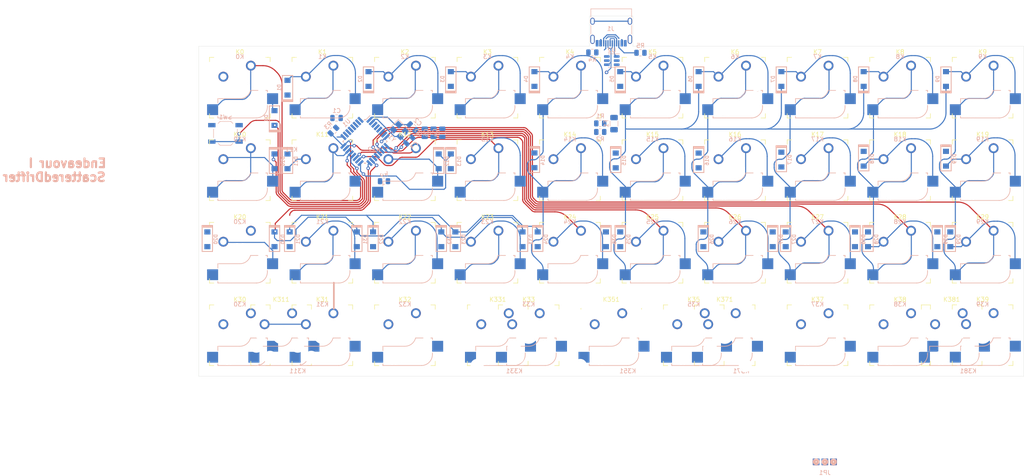
<source format=kicad_pcb>
(kicad_pcb (version 20211014) (generator pcbnew)
  (layers (0 "F.Cu" signal) (31 "B.Cu" signal) (34 "B.Paste" user) (35 "F.Paste" user) (36 "B.SilkS" user "B.Silkscreen") (37 "F.SilkS" user "F.Silkscreen") (38 "B.Mask" user) (39 "F.Mask" user) (44 "Edge.Cuts" user))
  (net 0 "")
  (net 1 "GND")
  (net 2 "Net-(C1-Pad1)")
  (net 3 "Net-(C2-Pad2)")
  (net 4 "Net-(C3-Pad1)")
  (net 5 "+5")
  (net 6 "row0")
  (net 7 "Net-(D0-Pad2)")
  (net 8 "Net-(D1-Pad2)")
  (net 9 "Net-(D2-Pad2)")
  (net 10 "Net-(D3-Pad2)")
  (net 11 "Net-(D4-Pad2)")
  (net 12 "Net-(D5-Pad2)")
  (net 13 "Net-(D6-Pad2)")
  (net 14 "Net-(D7-Pad2)")
  (net 15 "Net-(D8-Pad2)")
  (net 16 "Net-(D9-Pad2)")
  (net 17 "row1")
  (net 18 "Net-(D10-Pad2)")
  (net 19 "Net-(D11-Pad2)")
  (net 20 "Net-(D12-Pad2)")
  (net 21 "Net-(D13-Pad2)")
  (net 22 "Net-(D14-Pad2)")
  (net 23 "Net-(D15-Pad2)")
  (net 24 "Net-(D16-Pad2)")
  (net 25 "Net-(D17-Pad2)")
  (net 26 "Net-(D18-Pad2)")
  (net 27 "Net-(D19-Pad2)")
  (net 28 "row2")
  (net 29 "Net-(D20-Pad2)")
  (net 30 "Net-(D21-Pad2)")
  (net 31 "Net-(D22-Pad2)")
  (net 32 "Net-(D23-Pad2)")
  (net 33 "Net-(D24-Pad2)")
  (net 34 "Net-(D25-Pad2)")
  (net 35 "Net-(D26-Pad2)")
  (net 36 "Net-(D27-Pad2)")
  (net 37 "Net-(D28-Pad2)")
  (net 38 "Net-(D29-Pad2)")
  (net 39 "row3")
  (net 40 "Net-(D30-Pad2)")
  (net 41 "Net-(D31-Pad2)")
  (net 42 "Net-(D32-Pad2)")
  (net 43 "Net-(D33-Pad2)")
  (net 44 "Net-(D35-Pad2)")
  (net 45 "Net-(D37-Pad2)")
  (net 46 "Net-(D38-Pad2)")
  (net 47 "Net-(D39-Pad2)")
  (net 48 "VCC")
  (net 49 "unconnected-(J1-PadA8)")
  (net 50 "Net-(J1-PadA5)")
  (net 51 "D-")
  (net 52 "D+")
  (net 53 "unconnected-(J1-PadB8)")
  (net 54 "Net-(J1-PadB5)")
  (net 55 "col0")
  (net 56 "col1")
  (net 57 "col2")
  (net 58 "col3")
  (net 59 "col4")
  (net 60 "col5")
  (net 61 "col6")
  (net 62 "col7")
  (net 63 "col8")
  (net 64 "col9")
  (net 65 "Net-(R1-Pad2)")
  (net 66 "Net-(R2-Pad1)")
  (net 67 "Net-(R3-Pad2)")
  (net 68 "Net-(R6-Pad2)")
  (net 69 "LED-CTRL")
  (footprint "keyswitches:Kailh_socket_MX_optional" (layer "F.Cu") (at 60.99 35.33)
    (fp_text reference "K0")
    (fp_text value "1u")
  )
  (footprint "keyswitches:Kailh_socket_MX_optional" (layer "F.Cu") (at 80.04 35.33)
    (fp_text reference "K1")
    (fp_text value "1u")
  )
  (footprint "keyswitches:Kailh_socket_MX_optional" (layer "F.Cu") (at 99.09 35.33)
    (fp_text reference "K2")
    (fp_text value "1u")
  )
  (footprint "keyswitches:Kailh_socket_MX_optional" (layer "F.Cu") (at 118.14 35.33)
    (fp_text reference "K3")
    (fp_text value "1u")
  )
  (footprint "keyswitches:Kailh_socket_MX_optional" (layer "F.Cu") (at 137.19 35.33)
    (fp_text reference "K4")
    (fp_text value "1u")
  )
  (footprint "keyswitches:Kailh_socket_MX_optional" (layer "F.Cu") (at 175.29 35.33)
    (fp_text reference "K6")
    (fp_text value "1u")
  )
  (footprint "keyswitches:Kailh_socket_MX_optional" (layer "F.Cu") (at 194.34 35.33)
    (fp_text reference "K7")
    (fp_text value "1u")
  )
  (footprint "keyswitches:Kailh_socket_MX_optional" (layer "F.Cu") (at 213.39 35.33)
    (fp_text reference "K8")
    (fp_text value "1u")
  )
  (footprint "keyswitches:Kailh_socket_MX_optional" (layer "F.Cu") (at 232.44 35.33)
    (fp_text reference "K9")
    (fp_text value "1u")
  )
  (footprint "keyswitches:Kailh_socket_MX_optional" (layer "F.Cu") (at 60.99 54.38)
    (fp_text reference "K10")
    (fp_text value "1u")
  )
  (footprint "keyswitches:Kailh_socket_MX_optional" (layer "F.Cu") (at 80.04 54.38)
    (fp_text reference "K11")
    (fp_text value "1u")
  )
  (footprint "keyswitches:Kailh_socket_MX_optional" (layer "F.Cu") (at 99.09 54.38)
    (fp_text reference "K12")
    (fp_text value "1u")
  )
  (footprint "keyswitches:Kailh_socket_MX_optional" (layer "F.Cu") (at 118.14 54.38)
    (fp_text reference "K13")
    (fp_text value "1u")
  )
  (footprint "keyswitches:Kailh_socket_MX_optional" (layer "F.Cu") (at 137.19 54.38)
    (fp_text reference "K14")
    (fp_text value "1u")
  )
  (footprint "keyswitches:Kailh_socket_MX_optional" (layer "F.Cu") (at 156.24 54.38)
    (fp_text reference "K15")
    (fp_text value "1u")
  )
  (footprint "keyswitches:Kailh_socket_MX_optional" (layer "F.Cu") (at 175.29 54.38)
    (fp_text reference "K16")
    (fp_text value "1u")
  )
  (footprint "keyswitches:Kailh_socket_MX_optional" (layer "F.Cu") (at 194.34 54.38)
    (fp_text reference "K17")
    (fp_text value "1u")
  )
  (footprint "keyswitches:Kailh_socket_MX_optional" (layer "F.Cu") (at 213.39 54.38)
    (fp_text reference "K18")
    (fp_text value "1u")
  )
  (footprint "keyswitches:Kailh_socket_MX_optional" (layer "F.Cu") (at 232.44 54.38)
    (fp_text reference "K19")
    (fp_text value "1u")
  )
  (footprint "keyswitches:Kailh_socket_MX_optional" (layer "F.Cu") (at 60.99 73.43)
    (fp_text reference "K20")
    (fp_text value "1u")
  )
  (footprint "keyswitches:Kailh_socket_MX_optional" (layer "F.Cu") (at 80.04 73.43)
    (fp_text reference "K21")
    (fp_text value "1u")
  )
  (footprint "keyswitches:Kailh_socket_MX_optional" (layer "F.Cu") (at 99.09 73.43)
    (fp_text reference "K22")
    (fp_text value "1u")
  )
  (footprint "keyswitches:Kailh_socket_MX_optional" (layer "F.Cu") (at 118.14 73.43)
    (fp_text reference "K23")
    (fp_text value "1u")
  )
  (footprint "keyswitches:Kailh_socket_MX_optional" (layer "F.Cu") (at 137.19 73.43)
    (fp_text reference "K24")
    (fp_text value "1u")
  )
  (footprint "keyswitches:Kailh_socket_MX_optional" (layer "F.Cu") (at 156.24 73.43)
    (fp_text reference "K25")
    (fp_text value "1u")
  )
  (footprint "keyswitches:Kailh_socket_MX_optional" (layer "F.Cu") (at 175.29 73.43)
    (fp_text reference "K26")
    (fp_text value "1u")
  )
  (footprint "keyswitches:Kailh_socket_MX_optional" (layer "F.Cu") (at 194.34 73.43)
    (fp_text reference "K27")
    (fp_text value "1u")
  )
  (footprint "keyswitches:Kailh_socket_MX_optional" (layer "F.Cu") (at 213.39 73.43)
    (fp_text reference "K28")
    (fp_text value "1u")
  )
  (footprint "keyswitches:Kailh_socket_MX_optional" (layer "F.Cu") (at 232.44 73.43)
    (fp_text reference "K29")
    (fp_text value "1u")
  )
  (footprint "keyswitches:Kailh_socket_MX_optional" (layer "F.Cu") (at 60.99 92.48)
    (fp_text reference "K30")
    (fp_text value "1u")
  )
  (footprint "keyswitches:Kailh_socket_MX_optional" (layer "F.Cu") (at 80.04 92.48)
    (fp_text reference "K31")
    (fp_text value "1u")
  )
  (footprint "keyswitches:Kailh_socket_MX_optional" (layer "F.Cu") (at 99.09 92.48)
    (fp_text reference "K32")
    (fp_text value "1u")
  )
  (footprint "keyswitches:Kailh_socket_MX_optional" (layer "F.Cu") (at 127.665 92.48)
    (fp_text reference "K33")
    (fp_text value "2u")
  )
  (footprint "keyswitches:Kailh_socket_MX_optional" (layer "F.Cu") (at 165.765 92.48)
    (fp_text reference "K35")
    (fp_text value "2u")
  )
  (footprint "keyswitches:Kailh_socket_MX_optional" (layer "F.Cu") (at 194.34 92.48)
    (fp_text reference "K37")
    (fp_text value "1u")
  )
  (footprint "keyswitches:Kailh_socket_MX_optional" (layer "F.Cu") (at 213.39 92.48)
    (fp_text reference "K38")
    (fp_text value "1u")
  )
  (footprint "keyswitches:Kailh_socket_MX_optional" (layer "F.Cu") (at 232.44 92.46)
    (fp_text reference "K39")
    (fp_text value "1u")
  )
  (footprint "keyswitches:Kailh_socket_MX_optional" (layer "F.Cu") (at 156.24 35.33)
    (fp_text reference "K5")
    (fp_text value "1u")
  )
  (footprint "keyswitches:Kailh_socket_MX_optional" (layer "F.Cu") (at 146.715 92.48)
    (fp_text reference "K351")
    (fp_text value "7u")
  )
  (footprint "keyswitches:Kailh_socket_MX_optional" (layer "F.Cu") (at 120.52125 92.48)
    (fp_text reference "K331")
    (fp_text value "1.5u")
  )
  (footprint "marbastlib-mx:STAB_MX_2u" (layer "F.Cu") (at 127.665 92.48 180)
    (fp_text reference "H2" hide)
    (fp_text value "STAB-2u")
  )
  (footprint "marbastlib-mx:STAB_MX_2u" (layer "F.Cu") (at 165.765 92.48 180)
    (fp_text reference "H1" hide)
    (fp_text value "STAB-2u")
  )
  (footprint "marbastlib-mx:STAB_MX_7u" (layer "F.Cu") (at 146.715 92.48 180)
    (fp_text reference "H0" hide)
    (fp_text value "STAB-7u")
  )
  (footprint "keyswitches:Kailh_socket_MX_optional" (layer "F.Cu") (at 172.90875 92.48)
    (fp_text reference "K371")
    (fp_text value "1.5u")
  )
  (footprint "keyswitches:Kailh_socket_MX_optional" (layer "F.Cu") (at 225.29625 92.48)
    (fp_text reference "K381")
    (fp_text value "1u")
  )
  (footprint "keyswitches:Kailh_socket_MX_optional" (layer "F.Cu") (at 70.515 92.48)
    (fp_text reference "K311")
    (fp_text value "1u")
  )
  (footprint "Connector_USB:USB_C_Receptacle_HRO_TYPE-C-31-M-12" (layer "B.Cu") (at 146.715 21.0425)
    (fp_text reference "J1")
    (fp_text value "USB_C_Receptacle_USB2.0")
  )
  (footprint "keyboard_parts:D_SOD123" (layer "B.Cu") (at 71.99 52.33 -90)
    (fp_text reference "D11")
    (fp_text value "1N4448" hide)
  )
  (footprint "keyboard_parts:D_SOD123" (layer "B.Cu") (at 223.99 33.33 90)
    (fp_text reference "D9")
    (fp_text value "1N4448" hide)
  )
  (footprint "Capacitor_SMD:C_0805_2012Metric" (layer "B.Cu") (at 100.868 44.474 135)
    (fp_text reference "C2")
    (fp_text value "22pF")
  )
  (footprint "keyboard_parts:D_SOD123" (layer "B.Cu") (at 68.99 52.33 -90)
    (fp_text reference "D10")
    (fp_text value "1N4448" hide)
  )
  (footprint "keyboard_parts:D_SOD123" (layer "B.Cu") (at 183.99 70.33 -90)
    (fp_text reference "D37")
    (fp_text value "1N4448" hide)
  )
  (footprint "keyboard_parts:D_SOD123" (layer "B.Cu") (at 53.49 70.33 -90)
    (fp_text reference "D20")
    (fp_text value "1N4448" hide)
  )
  (footprint "Capacitor_SMD:C_0805_2012Metric" (layer "B.Cu") (at 100.106 47.522 45)
    (fp_text reference "C3")
    (fp_text value "22pF")
  )
  (footprint "Package_TO_SOT_SMD:SOT-23-6" (layer "B.Cu") (at 146.84 29.08 180)
    (fp_text reference "U2")
    (fp_text value "SRV05-4")
  )
  (footprint "keyboard_parts:D_SOD123" (layer "B.Cu") (at 109.69 33.33 90)
    (fp_text reference "D3")
    (fp_text value "1N4448" hide)
  )
  (footprint "Button_Switch_SMD:SW_SPST_TL3342" (layer "B.Cu") (at 57.67 45.88 180)
    (fp_text reference "SW1")
    (fp_text value "SW_PUSH")
  )
  (footprint "keyboard_parts:D_SOD123" (layer "B.Cu") (at 110.74 70.33 -90)
    (fp_text reference "D23")
    (fp_text value "1N4448" hide)
  )
  (footprint "Capacitor_SMD:C_0805_2012Metric" (layer "B.Cu") (at 83.315 42.33 180)
    (fp_text reference "C1")
    (fp_text value "1uF")
  )
  (footprint "keyboard_parts:D_SOD123" (layer "B.Cu") (at 224.99 70.33 -90)
    (fp_text reference "D29")
    (fp_text value "1N4448" hide)
  )
  (footprint "keyboard_parts:D_SOD123" (layer "B.Cu") (at 91.74 70.33 -90)
    (fp_text reference "D22")
    (fp_text value "1N4448" hide)
  )
  (footprint "Resistor_SMD:R_0805_2012Metric" (layer "B.Cu") (at 144.18 43.57 180)
    (fp_text reference "R1")
    (fp_text value "22")
  )
  (footprint "keyboard_parts:D_SOD123" (layer "B.Cu") (at 129.74 70.33 -90)
    (fp_text reference "D24")
    (fp_text value "1N4448" hide)
  )
  (footprint "keyboard_parts:D_SOD123" (layer "B.Cu") (at 68.99 70.33 -90)
    (fp_text reference "D30")
    (fp_text value "1N4448" hide)
  )
  (footprint "Capacitor_SMD:C_0805_2012Metric" (layer "B.Cu") (at 105.694 45.744 -90)
    (fp_text reference "C5")
    (fp_text value "10uF")
  )
  (footprint "keyboard_parts:D_SOD123" (layer "B.Cu") (at 109.69 52.33 -90)
    (fp_text reference "D13")
    (fp_text value "1N4448" hide)
  )
  (footprint "keyboard_parts:D_SOD123" (layer "B.Cu") (at 205.99 70.33 -90)
    (fp_text reference "D28")
    (fp_text value "1N4448" hide)
  )
  (footprint "Resistor_SMD:R_0805_2012Metric" (layer "B.Cu") (at 94.264 56.92 180)
    (fp_text reference "R6")
    (fp_text value "10k")
  )
  (footprint "Resistor_SMD:R_0805_2012Metric" (layer "B.Cu") (at 82.58 45.236 -135)
    (fp_text reference "R3")
    (fp_text value "10k")
  )
  (footprint "keyboard_parts:D_SOD123" (layer "B.Cu") (at 166.89 52.13 -90)
    (fp_text reference "D16")
    (fp_text value "1N4448" hide)
  )
  (footprint "keyboard_parts:D_SOD123" (layer "B.Cu") (at 204.99 51.73 -90)
    (fp_text reference "D18")
    (fp_text value "1N4448" hide)
  )
  (footprint "keyboard_parts:D_SOD123" (layer "B.Cu") (at 106.89 52.33 -90)
    (fp_text reference "D12")
    (fp_text value "1N4448" hide)
  )
  (footprint "keyboard_parts:D_SOD123" (layer "B.Cu") (at 90.69 33.33 90)
    (fp_text reference "D2")
    (fp_text value "1N4448" hide)
  )
  (footprint "keyboard_parts:D_SOD123" (layer "B.Cu") (at 185.99 33.33 90)
    (fp_text reference "D7")
    (fp_text value "1N4448" hide)
  )
  (footprint "keyboard_parts:D_SOD123" (layer "B.Cu") (at 145.49 70.33 -90)
    (fp_text reference "D35")
    (fp_text value "1N4448" hide)
  )
  (footprint "Resistor_SMD:R_0805_2012Metric" (layer "B.Cu") (at 142.36 27.19)
    (fp_text reference "R4")
    (fp_text value "5,1k")
  )
  (footprint "keyboard_parts:D_SOD123" (layer "B.Cu") (at 147.75 52.13 -90)
    (fp_text reference "D15")
    (fp_text value "1N4448" hide)
  )
  (footprint "Resistor_SMD:R_0805_2012Metric" (layer "B.Cu") (at 144.18 45.555)
    (fp_text reference "R2")
    (fp_text value "22")
  )
  (footprint "keyboard_parts:D_SOD123" (layer "B.Cu") (at 204.99 33.33 90)
    (fp_text reference "D8")
    (fp_text value "1N4448" hide)
  )
  (footprint "keyboard_parts:D_SOD123" (layer "B.Cu") (at 87.99 70.33 -90)
    (fp_text reference "D31")
    (fp_text value "1N4448" hide)
  )
  (footprint "keyboard_parts:D_SOD123" (layer "B.Cu") (at 221.99 70.33 -90)
    (fp_text reference "D39")
    (fp_text value "1N4448" hide)
  )
  (footprint "Capacitor_SMD:C_0805_2012Metric" (layer "B.Cu") (at 103.662 45.744 -90)
    (fp_text reference "C6")
    (fp_text value "0.1uF")
  )
  (footprint "keyboard_parts:D_SOD123" (layer "B.Cu") (at 202.99 70.33 -90)
    (fp_text reference "D38")
    (fp_text value "1N4448" hide)
  )
  (footprint "keyboard_parts:D_SOD123" (layer "B.Cu") (at 126.24 70.33 -90)
    (fp_text reference "D33")
    (fp_text value "1N4448" hide)
  )
  (footprint "keyboard_parts:D_SOD123" (layer "B.Cu") (at 223.99 51.73 -90)
    (fp_text reference "D19")
    (fp_text value "1N4448" hide)
  )
  (footprint "keyboard_parts:D_SOD123" (layer "B.Cu") (at 107.49 70.33 -90)
    (fp_text reference "D32")
    (fp_text value "1N4448" hide)
  )
  (footprint "keyboard_parts:D_SOD123" (layer "B.Cu") (at 167.99 70.33 -90)
    (fp_text reference "D26")
    (fp_text value "1N4448" hide)
  )
  (footprint "keyboard_parts:D_SOD123" (layer "B.Cu") (at 72.49 70.33 -90)
    (fp_text reference "D21")
    (fp_text value "1N4448" hide)
  )
  (footprint "keyboard_parts:D_SOD123" (layer "B.Cu") (at 128.99 52.1 -90)
    (fp_text reference "D14")
    (fp_text value "1N4448" hide)
  )
  (footprint "keyboard_parts:D_SOD123" (layer "B.Cu") (at 128.99 33.33 90)
    (fp_text reference "D4")
    (fp_text value "1N4448" hide)
  )
  (footprint "keyboard_parts:D_SOD123" (layer "B.Cu") (at 148.79 33.33 90)
    (fp_text reference "D5")
    (fp_text value "1N4448" hide)
  )
  (footprint "keyboard_parts:D_SOD123" (layer "B.Cu") (at 68.99 42.33 90)
    (fp_text reference "D0")
    (fp_text value "1N4448" hide)
  )
  (footprint "keyboard_parts:D_SOD123" (layer "B.Cu") (at 185.99 51.93 -90)
    (fp_text reference "D17")
    (fp_text value "1N4448" hide)
  )
  (footprint "Capacitor_SMD:C_0805_2012Metric" (layer "B.Cu") (at 107.726 45.744 -90)
    (fp_text reference "C4")
    (fp_text value "0.1uF")
  )
  (footprint "Package_QFP:TQFP-32_7x7mm_P0.8mm" (layer "B.Cu") (at 89.88 47.75 -135)
    (fp_text reference "U1")
    (fp_text value "ATmega32U2-A")
  )
  (footprint "Keebio-Parts:3_Pin_Jumper" (layer "B.Cu") (at 196.0205 123.702 180)
    (fp_text reference "JP1")
    (fp_text value "Jumper_3_Open")
  )
  (footprint "keyboard_parts:D_SOD123" (layer "B.Cu") (at 71.99 35.33 90)
    (fp_text reference "D1")
    (fp_text value "1N4448" hide)
  )
  (footprint "keyboard_parts:D_SOD123" (layer "B.Cu") (at 166.89 33.33 90)
    (fp_text reference "D6")
    (fp_text value "1N4448" hide)
  )
  (footprint "Fuse:Fuse_1206_3216Metric" (layer "B.Cu") (at 147.36 43.63 -90)
    (fp_text reference "F1")
    (fp_text value "Polyfuse_Small")
  )
  (footprint "keyboard_parts:D_SOD123" (layer "B.Cu") (at 148.8 70.33 -90)
    (fp_text reference "D25")
    (fp_text value "1N4448" hide)
  )
  (footprint "Crystal:Crystal_SMD_3225-4Pin_3.2x2.5mm" (layer "B.Cu") (at 97.82 45.236 -45)
    (fp_text reference "Y1")
    (fp_text value "Crystal_GND24_Small")
  )
  (footprint "Resistor_SMD:R_0805_2012Metric" (layer "B.Cu") (at 153.465 27.28 180)
    (fp_text reference "R5")
    (fp_text value "5,1k")
  )
  (footprint "keyboard_parts:D_SOD123" (layer "B.Cu") (at 186.99 70.33 -90)
    (fp_text reference "D27")
    (fp_text value "1N4448" hide)
  )
  (gr_line (start 82.69 86.35) (end 82.69 80.35) (layer "B.SilkS") (width 0.4))
  (gr_line (start 180.369818 36.086815) (end 180.701124 36.086587) (layer "B.SilkS") (width 0.1))
  (gr_line (start 180.482946 36.20367) (end 180.369818 36.086815) (layer "B.SilkS") (width 0.1))
  (gr_line (start 141.7 18.79) (end 151.73 18.79) (layer "Edge.Cuts") (width 0.05))
  (gr_line (start 51.47 25.79) (end 141.7 25.79) (layer "Edge.Cuts") (width 0.05))
  (gr_line (start 141.7 25.79) (end 141.7 18.79) (layer "Edge.Cuts") (width 0.05))
  (gr_line (start 241.96 25.79) (end 241.96 101.98) (layer "Edge.Cuts") (width 0.05))
  (gr_line (start 51.47 101.98) (end 51.47 25.79) (layer "Edge.Cuts") (width 0.05))
  (gr_line (start 151.73 25.79) (end 151.73 18.79) (layer "Edge.Cuts") (width 0.05))
  (gr_line (start 241.96 25.79) (end 151.73 25.79) (layer "Edge.Cuts") (width 0.05))
  (gr_line (start 241.96 101.98) (end 51.47 101.98) (layer "Edge.Cuts") (width 0.05))
  (gr_text "Endeavour I    \nScatteredDrifter" (at 18.1275 54.38) (layer "B.SilkS") (effects (font (size 2 2) (thickness 0.5)) (justify mirror)))
  (segment (start 142.395 19.9925) (end 151.035 19.9925) (width 0.25) (layer "B.Cu") (net 1))
  (segment (start 96.794695 43.857142) (end 95.077553 42.14) (width 0.25) (layer "B.Cu") (net 3))
  (segment (start 95.077553 42.14) (end 91.54 42.14) (width 0.25) (layer "B.Cu") (net 3))
  (segment (start 90.905305 42.764897) (end 90.915103 42.764897) (width 0.25) (layer "B.Cu") (net 3))
  (segment (start 97.643223 43.857142) (end 100.141356 43.857142) (width 0.25) (layer "B.Cu") (net 3))
  (segment (start 97.643223 43.857142) (end 96.794695 43.857142) (width 0.25) (layer "B.Cu") (net 3))
  (segment (start 90.915103 42.764897) (end 91.54 42.14) (width 0.25) (layer "B.Cu") (net 3))
  (segment (start 100.141356 43.857142) (end 100.196249 43.802249) (width 0.25) (layer "B.Cu") (net 3))
  (segment (start 99.434249 48.05233) (end 97.996777 46.614858) (width 0.25) (layer "B.Cu") (net 4))
  (segment (start 92.704451 42.63) (end 96.689309 46.614858) (width 0.25) (layer "B.Cu") (net 4))
  (segment (start 92.17 42.63) (end 92.704451 42.63) (width 0.25) (layer "B.Cu") (net 4))
  (segment (start 99.434249 48.193751) (end 99.434249 48.05233) (width 0.25) (layer "B.Cu") (net 4))
  (segment (start 96.689309 46.614858) (end 97.996777 46.614858) (width 0.25) (layer "B.Cu") (net 4))
  (segment (start 91.47099 43.32901) (end 92.17 42.63) (width 0.25) (layer "B.Cu") (net 4))
  (segment (start 97.996777 46.614858) (end 97.996777 46.756279) (width 0.25) (layer "B.Cu") (net 4))
  (segment (start 91.47099 43.330583) (end 91.47099 43.32901) (width 0.25) (layer "B.Cu") (net 4))
  (segment (start 89.009571 61.986147) (end 89.458067 61.537651) (width 0.25) (layer "F.Cu") (net 6))
  (segment (start 72.861819 62.27904) (end 88.302464 62.27904) (width 0.25) (layer "F.Cu") (net 6))
  (segment (start 70.123373 59.954808) (end 72.154712 61.986147) (width 0.25) (layer "F.Cu") (net 6))
  (segment (start 89.75096 60.830544) (end 89.75096 56.974214) (width 0.25) (layer "F.Cu") (net 6))
  (segment (start 69.07 44) (end 69.83048 44.76048) (width 0.25) (layer "F.Cu") (net 6))
  (segment (start 88.01 54.81904) (end 88.01 53.98) (width 0.25) (layer "F.Cu") (net 6))
  (segment (start 89.458067 56.267107) (end 88.01 54.81904) (width 0.25) (layer "F.Cu") (net 6))
  (segment (start 69.83048 44.76048) (end 69.83048 59.247701) (width 0.25) (layer "F.Cu") (net 6))
  (via (at 69.07 44) (size 0.8) (drill 0.4) (layers "F.Cu" "B.Cu") (net 6))
  (via (at 88.01 53.98) (size 0.8) (drill 0.4) (layers "F.Cu" "B.Cu") (net 6))
  (arc (start 89.458067 56.267107) (mid 89.67484 56.59153) (end 89.75096 56.974214) (width 0.25) (layer "F.Cu") (net 6))
  (arc (start 88.302464 62.27904) (mid 88.685147 62.20292) (end 89.009571 61.986147) (width 0.25) (layer "F.Cu") (net 6))
  (arc (start 72.861819 62.27904) (mid 72.479136 62.20292) (end 72.154712 61.986147) (width 0.25) (layer "F.Cu") (net 6))
  (arc (start 69.83048 59.247701) (mid 69.9066 59.630384) (end 70.123373 59.954808) (width 0.25) (layer "F.Cu") (net 6))
  (arc (start 89.458067 61.537651) (mid 89.67484 61.213228) (end 89.75096 60.830544) (width 0.25) (layer "F.Cu") (net 6))
  (segment (start 184.964873 43.605127) (end 184.714646 43.855354) (width 0.25) (layer "B.Cu") (net 6))
  (segment (start 88.01 53.98) (end 88.14 54.11) (width 0.25) (layer "B.Cu") (net 6))
  (segment (start 201.340733 44.88048) (end 220.239773 44.88048) (width 0.25) (layer "B.Cu") (net 6))
  (segment (start 86.638664 51.557022) (end 86.638664 52.608664) (width 0.25) (layer "B.Cu") (net 6))
  (segment (start 162.883626 44.88048) (end 150.29048 44.88048) (width 0.25) (layer "B.Cu") (net 6))
  (segment (start 185.99 35.03) (end 185.99 41.130253) (width 0.25) (layer "B.Cu") (net 6))
  (segment (start 203.964873 43.706087) (end 203.815606 43.855354) (width 0.25) (layer "B.Cu") (net 6))
  (segment (start 182.239773 44.88048) (end 162.883626 44.88048) (width 0.25) (layer "B.Cu") (net 6))
  (segment (start 166.89 35.03) (end 166.89 40.874106) (width 0.25) (layer "B.Cu") (net 6))
  (segment (start 165.718427 43.702533) (end 165.712053 43.708907) (width 0.25) (layer "B.Cu") (net 6))
  (segment (start 86.638664 52.608664) (end 88.01 53.98) (width 0.25) (layer "B.Cu") (net 6))
  (segment (start 223.99 35.03) (end 223.99 41.130253) (width 0.25) (layer "B.Cu") (net 6))
  (segment (start 182.239773 44.88048) (end 201.340733 44.88048) (width 0.25) (layer "B.Cu") (net 6))
  (segment (start 150.29048 44.88048) (end 150.24 44.83) (width 0.25) (layer "B.Cu") (net 6))
  (segment (start 87.157639 51.038047) (end 86.638664 51.557022) (width 0.25) (layer "B.Cu") (net 6))
  (segment (start 204.99 35.03) (end 204.99 41.231213) (width 0.25) (layer "B.Cu") (net 6))
  (segment (start 222.964873 43.605127) (end 222.714646 43.855354) (width 0.25) (layer "B.Cu") (net 6))
  (arc (start 184.964873 43.605127) (mid 185.723578 42.469645) (end 185.99 41.130253) (width 0.25) (layer "B.Cu") (net 6))
  (arc (start 165.718427 43.702533) (mid 166.585518 42.40484) (end 166.89 40.874106) (width 0.25) (layer "B.Cu") (net 6))
  (arc (start 222.964873 43.605127) (mid 223.723578 42.469645) (end 223.99 41.130253) (width 0.25) (layer "B.Cu") (net 6))
  (arc (start 203.815606 43.855354) (mid 202.680125 44.614058) (end 201.340733 44.88048) (width 0.25) (layer "B.Cu") (net 6))
  (arc (start 165.712053 43.708907) (mid 164.41436 44.575998) (end 162.883626 44.88048) (width 0.25) (layer "B.Cu") (net 6))
  (arc (start 184.714646 43.855354) (mid 183.579165 44.614058) (end 182.239773 44.88048) (width 0.25) (layer "B.Cu") (net 6))
  (arc (start 222.714646 43.855354) (mid 221.579165 44.614058) (end 220.239773 44.88048) (width 0.25) (layer "B.Cu") (net 6))
  (arc (start 203.964873 43.706087) (mid 204.723578 42.570605) (end 204.99 41.231213) (width 0.25) (layer "B.Cu") (net 6))
  (segment (start 68.55 37.87) (end 68.55 40.19) (width 0.25) (layer "B.Cu") (net 7))
  (segment (start 68.55 40.19) (end 68.99 40.63) (width 0.25) (layer "B.Cu") (net 7))
  (segment (start 79.99 29.08) (end 76.301573 32.768427) (width 0.25) (layer "B.Cu") (net 8))
  (segment (start 83.604719 27.908427) (end 82.818427 27.908427) (width 0.25) (layer "B.Cu") (net 8))
  (segment (start 87.671573 37.848427) (end 87.671573 31.975281) (width 0.25) (layer "B.Cu") (net 8))
  (segment (start 76.23 32.79) (end 72.83 32.79) (width 0.25) (layer "B.Cu") (net 8))
  (segment (start 72.83 32.79) (end 71.99 33.63) (width 0.25) (layer "B.Cu") (net 8))
  (arc (start 86.5 29.146854) (mid 87.367091 30.444547) (end 87.671573 31.975281) (width 0.25) (layer "B.Cu") (net 8))
  (arc (start 86.433146 29.08) (mid 85.135453 28.212909) (end 83.604719 27.908427) (width 0.25) (layer "B.Cu") (net 8))
  (arc (start 79.99 29.08) (mid 81.287693 28.212909) (end 82.818427 27.908427) (width 0.25) (layer "B.Cu") (net 8))
  (segment (start 106.7 37.87) (end 106.7 31.996854) (width 0.25) (layer "B.Cu") (net 9))
  (segment (start 94.12 31.63) (end 95.28 32.79) (width 0.25) (layer "B.Cu") (net 9))
  (segment (start 105.528427 29.168427) (end 105.461573 29.101573) (width 0.25) (layer "B.Cu") (net 9))
  (segment (start 102.633146 27.93) (end 101.846854 27.93) (width 0.25) (layer "B.Cu") (net 9))
  (segment (start 99.018427 29.101573) (end 95.33 32.79) (width 0.25) (layer "B.Cu") (net 9))
  (segment (start 90.69 31.63) (end 94.12 31.63) (width 0.25) (layer "B.Cu") (net 9))
  (arc (start 99.018427 29.101573) (mid 100.31612 28.234482) (end 101.846854 27.93) (width 0.25) (layer "B.Cu") (net 9))
  (arc (start 105.461573 29.101573) (mid 104.16388 28.234482) (end 102.633146 27.93) (width 0.25) (layer "B.Cu") (net 9))
  (arc (start 105.528427 29.168427) (mid 106.395518 30.46612) (end 106.7 31.996854) (width 0.25) (layer "B.Cu") (net 9))
  (segment (start 124.528427 29.168427) (end 124.461573 29.101573) (width 0.25) (layer "B.Cu") (net 10))
  (segment (start 125.7 37.87) (end 125.7 31.996854) (width 0.25) (layer "B.Cu") (net 10))
  (segment (start 109.69 31.63) (end 113.17 31.63) (width 0.25) (layer "B.Cu") (net 10))
  (segment (start 121.633146 27.93) (end 120.846854 27.93) (width 0.25) (layer "B.Cu") (net 10))
  (segment (start 113.17 31.63) (end 114.33 32.79) (width 0.25) (layer "B.Cu") (net 10))
  (segment (start 118.018427 29.101573) (end 114.33 32.79) (width 0.25) (layer "B.Cu") (net 10))
  (arc (start 121.633146 27.93) (mid 123.16388 28.234482) (end 124.461573 29.101573) (width 0.25) (layer "B.Cu") (net 10))
  (arc (start 120.846854 27.93) (mid 119.31612 28.234482) (end 118.018427 29.101573) (width 0.25) (layer "B.Cu") (net 10))
  (arc (start 124.528427 29.168427) (mid 125.395518 30.46612) (end 125.7 31.996854) (width 0.25) (layer "B.Cu") (net 10))
  (segment (start 132.22 31.63) (end 133.38 32.79) (width 0.25) (layer "B.Cu") (net 11))
  (segment (start 143.528427 29.168427) (end 143.461573 29.101573) (width 0.25) (layer "B.Cu") (net 11))
  (segment (start 128.99 31.63) (end 132.22 31.63) (width 0.25) (layer "B.Cu") (net 11))
  (segment (start 140.633146 27.93) (end 139.846854 27.93) (width 0.25) (layer "B.Cu") (net 11))
  (segment (start 144.7 37.87) (end 144.7 31.996854) (width 0.25) (layer "B.Cu") (net 11))
  (segment (start 137.018427 29.101573) (end 133.33 32.79) (width 0.25) (layer "B.Cu") (net 11))
  (arc (start 143.461573 29.101573) (mid 142.16388 28.234482) (end 140.633146 27.93) (width 0.25) (layer "B.Cu") (net 11))
  (arc (start 143.528427 29.168427) (mid 144.395518 30.46612) (end 144.7 31.996854) (width 0.25) (layer "B.Cu") (net 11))
  (arc (start 139.846854 27.93) (mid 138.31612 28.234482) (end 137.018427 29.101573) (width 0.25) (layer "B.Cu") (net 11))
  (segment (start 148.79 31.63) (end 151.27 31.63) (width 0.25) (layer "B.Cu") (net 12))
  (segment (start 159.833146 27.93) (end 159.046854 27.93) (width 0.25) (layer "B.Cu") (net 12))
  (segment (start 162.728427 29.168427) (end 162.661573 29.101573) (width 0.25) (layer "B.Cu") (net 12))
  (segment (start 156.218427 29.101573) (end 152.53 32.79) (width 0.25) (layer "B.Cu") (net 12))
  (segment (start 163.9 37.87) (end 163.9 31.996854) (width 0.25) (layer "B.Cu") (net 12))
  (segment (start 151.27 31.63) (end 152.43 32.79) (width 0.25) (layer "B.Cu") (net 12))
  (arc (start 156.218427 29.101573) (mid 157.51612 28.234482) (end 159.046854 27.93) (width 0.25) (layer "B.Cu") (net 12))
  (arc (start 162.728427 29.168427) (mid 163.595518 30.46612) (end 163.9 31.996854) (width 0.25) (layer "B.Cu") (net 12))
  (arc (start 162.661573 29.101573) (mid 161.36388 28.234482) (end 159.833146 27.93) (width 0.25) (layer "B.Cu") (net 12))
  (segment (start 175.218427 29.101573) (end 171.53 32.79) (width 0.25) (layer "B.Cu") (net 13))
  (segment (start 182.9 37.87) (end 182.9 31.996854) (width 0.25) (layer "B.Cu") (net 13))
  (segment (start 178.833146 27.93) (end 178.046854 27.93) (width 0.25) (layer "B.Cu") (net 13))
  (segment (start 181.728427 29.168427) (end 181.661573 29.101573) (width 0.25) (layer "B.Cu") (net 13))
  (segment (start 170.32 31.63) (end 166.89 31.63) (width 0.25) (layer "B.Cu") (net 13))
  (segment (start 171.48 32.79) (end 170.32 31.63) (width 0.25) (layer "B.Cu") (net 13))
  (arc (start 175.218427 29.101573) (mid 176.51612 28.234482) (end 178.046854 27.93) (width 0.25) (layer "B.Cu") (net 13))
  (arc (start 181.661573 29.101573) (mid 180.36388 28.234482) (end 178.833146 27.93) (width 0.25) (layer "B.Cu") (net 13))
  (arc (start 181.728427 29.168427) (mid 182.595518 30.46612) (end 182.9 31.996854) (width 0.25) (layer "B.Cu") (net 13))
  (segment (start 197.833146 27.93) (end 197.046854 27.93) (width 0.25) (layer "B.Cu") (net 14))
  (segment (start 201.9 37.87) (end 201.9 31.996854) (width 0.25) (layer "B.Cu") (net 14))
  (segment (start 200.728427 29.168427) (end 200.661573 29.101573) (width 0.25) (layer "B.Cu") (net 14))
  (segment (start 194.218427 29.101573) (end 190.53 32.79) (width 0.25) (layer "B.Cu") (net 14))
  (segment (start 185.99 31.63) (end 189.37 31.63) (width 0.25) (layer "B.Cu") (net 14))
  (segment (start 189.37 31.63) (end 190.53 32.79) (width 0.25) (layer "B.Cu") (net 14))
  (arc (start 194.218427 29.101573) (mid 195.51612 28.234482) (end 197.046854 27.93) (width 0.25) (layer "B.Cu") (net 14))
  (arc (start 200.661573 29.101573) (mid 199.36388 28.234482) (end 197.833146 27.93) (width 0.25) (layer "B.Cu") (net 14))
  (arc (start 201.9 31.996854) (mid 201.595518 30.46612) (end 200.728427 29.168427) (width 0.25) (layer "B.Cu") (net 14))
  (segment (start 213.218427 29.101573) (end 209.53 32.79) (width 0.25) (layer "B.Cu") (net 15))
  (segment (start 209.58 32.79) (end 208.42 31.63) (width 0.25) (layer "B.Cu") (net 15))
  (segment (start 216.833146 27.93) (end 216.046854 27.93) (width 0.25) (layer "B.Cu") (net 15))
  (segment (start 220.9 37.87) (end 220.9 31.996854) (width 0.25) (layer "B.Cu") (net 15))
  (segment (start 208.42 31.63) (end 204.99 31.63) (width 0.25) (layer "B.Cu") (net 15))
  (segment (start 219.728427 29.168427) (end 219.661573 29.101573) (width 0.25) (layer "B.Cu") (net 15))
  (arc (start 213.218427 29.101573) (mid 214.51612 28.234482) (end 216.046854 27.93) (width 0.25) (layer "B.Cu") (net 15))
  (arc (start 216.833146 27.93) (mid 218.36388 28.234482) (end 219.661573 29.101573) (width 0.25) (layer "B.Cu") (net 15))
  (arc (start 220.9 31.996854) (mid 220.595518 30.46612) (end 219.728427 29.168427) (width 0.25) (layer "B.Cu") (net 15))
  (segment (start 86.344213 67.35264) (end 86.277359 67.285786) (width 0.25) (layer "B.Cu") (net 16))
  (segment (start 235.854719 27.908427) (end 235.068427 27.908427) (width 0.25) (layer "B.Cu") (net 16))
  (segment (start 232.24 29.08) (end 228.551573 32.768427) (width 0.25) (layer "B.Cu") (net 16))
  (segment (start 143.544213 67.35264) (end 143.477359 67.285786) (width 0.25) (layer "B.Cu") (net 16))
  (segment (start 239.921573 37.848427) (end 239.921573 31.975281) (width 0.25) (layer "B.Cu") (net 16))
  (segment (start 144.715786 76.054213) (end 144.715786 70.181067) (width 0.25) (layer "B.Cu") (net 16))
  (segment (start 227.47 31.63) (end 228.63 32.79) (width 0.25) (layer "B.Cu") (net 16))
  (segment (start 137.034213 67.285786) (end 133.345786 70.974213) (width 0.25) (layer "B.Cu") (net 16))
  (segment (start 79.834213 67.285786) (end 76.145786 70.974213) (width 0.25) (layer "B.Cu") (net 16))
  (segment (start 140.648932 66.114213) (end 139.86264 66.114213) (width 0.25) (layer "B.Cu") (net 16))
  (segment (start 83.448932 66.114213) (end 82.66264 66.114213) (width 0.25) (layer "B.Cu") (net 16))
  (segment (start 87.515786 76.054213) (end 87.515786 70.181067) (width 0.25) (layer "B.Cu") (net 16))
  (segment (start 223.99 31.63) (end 227.47 31.63) (width 0.25) (layer "B.Cu") (net 16))
  (arc (start 144.715786 70.181067) (mid 144.411304 68.650333) (end 143.544213 67.35264) (width 0.25) (layer "B.Cu") (net 16))
  (arc (start 87.515786 70.181067) (mid 87.211304 68.650333) (end 86.344213 67.35264) (width 0.25) (layer "B.Cu") (net 16))
  (arc (start 238.75 29.146854) (mid 239.617091 30.444547) (end 239.921573 31.975281) (width 0.25) (layer "B.Cu") (net 16))
  (arc (start 238.683146 29.08) (mid 237.385453 28.212909) (end 235.854719 27.908427) (width 0.25) (layer "B.Cu") (net 16))
  (arc (start 83.448932 66.114213) (mid 84.979666 66.418695) (end 86.277359 67.285786) (width 0.25) (layer "B.Cu") (net 16))
  (arc (start 82.66264 66.114213) (mid 81.131906 66.418695) (end 79.834213 67.285786) (width 0.25) (layer "B.Cu") (net 16))
  (arc (start 232.24 29.08) (mid 233.537693 28.212909) (end 235.068427 27.908427) (width 0.25) (layer "B.Cu") (net 16))
  (arc (start 140.648932 66.114213) (mid 142.179666 66.418695) (end 143.477359 67.285786) (width 0.25) (layer "B.Cu") (net 16))
  (arc (start 139.86264 66.114213) (mid 138.331906 66.418695) (end 137.034213 67.285786) (width 0.25) (layer "B.Cu") (net 16))
  (segment (start 89.525 55.275) (end 90.20048 55.95048) (width 0.25) (layer "F.Cu") (net 17))
  (segment (start 90.20048 55.95048) (end 90.20048 61.016741) (width 0.25) (layer "F.Cu") (net 17))
  (segment (start 89.907587 61.723848) (end 89.195768 62.435667) (width 0.25) (layer "F.Cu") (net 17))
  (segment (start 71.968514 62.435667) (end 69.673853 60.141006) (width 0.25) (layer "F.Cu") (net 17))
  (segment (start 69.38096 52.53096) (end 68.76 51.91) (width 0.25) (layer "F.Cu") (net 17))
  (segment (start 69.38096 59.433899) (end 69.38096 52.53096) (width 0.25) (layer "F.Cu") (net 17))
  (segment (start 88.488661 62.72856) (end 72.675621 62.72856) (width 0.25) (layer "F.Cu") (net 17))
  (via (at 89.525 55.275) (size 0.8) (drill 0.4) (layers "F.Cu" "B.Cu") (net 17))
  (via (at 68.76 51.91) (size 0.8) (drill 0.4) (layers "F.Cu" "B.Cu") (net 17))
  (arc (start 90.20048 61.016741) (mid 90.12436 61.399424) (end 89.907587 61.723848) (width 0.25) (layer "F.Cu") (net 17))
  (arc (start 69.38096 59.433899) (mid 69.45708 59.816582) (end 69.673853 60.141006) (width 0.25) (layer "F.Cu") (net 17))
  (arc (start 88.488661 62.72856) (mid 88.871344 62.65244) (end 89.195768 62.435667) (width 0.25) (layer "F.Cu") (net 17))
  (arc (start 72.675621 62.72856) (mid 72.292938 62.65244) (end 71.968514 62.435667) (width 0.25) (layer "F.Cu") (net 17))
  (segment (start 108.488 58.444) (end 108.488 52.228) (width 0.25) (layer "B.Cu") (net 17))
  (segment (start 97.090546 55.73) (end 100.155067 58.794521) (width 0.25) (layer "B.Cu") (net 17))
  (segment (start 68.76 51.91) (end 68.76 50.86) (width 0.25) (layer "B.Cu") (net 17))
  (segment (start 89.98 55.73) (end 97.090546 55.73) (width 0.25) (layer "B.Cu") (net 17))
  (segment (start 108.488 52.228) (end 109.69 51.026) (width 0.25) (layer "B.Cu") (net 17))
  (segment (start 89.525 55.275) (end 88.854695 54.604695) (width 0.25) (layer "B.Cu") (net 17))
  (segment (start 108.137479 58.794521) (end 108.488 58.444) (width 0.25) (layer "B.Cu") (net 17))
  (segment (start 68.76 50.86) (end 68.99 50.63) (width 0.25) (layer "B.Cu") (net 17))
  (segment (start 100.155067 58.794521) (end 108.137479 58.794521) (width 0.25) (layer "B.Cu") (net 17))
  (segment (start 88.854695 54.604695) (end 88.854695 52.735103) (width 0.25) (layer "B.Cu") (net 17))
  (segment (start 109.69 51.026) (end 109.69 50.63) (width 0.25) (layer "B.Cu") (net 17))
  (segment (start 89.525 55.275) (end 89.98 55.73) (width 0.25) (layer "B.Cu") (net 17))
  (segment (start 108.488 52.228) (end 106.89 50.63) (width 0.25) (layer "B.Cu") (net 17))
  (segment (start 68.59 56.53) (end 68.59 53.35) (width 0.25) (layer "B.Cu") (net 18))
  (segment (start 57.22 51.45) (end 66.69 51.45) (width 0.25) (layer "B.Cu") (net 18))
  (segment (start 66.69 51.45) (end 67.63 52.39) (width 0.25) (layer "B.Cu") (net 18))
  (segment (start 68.59 53.35) (end 67.63 52.39) (width 0.25) (layer "B.Cu") (net 18))
  (segment (start 71.99 54.03) (end 74.18 51.84) (width 0.25) (layer "B.Cu") (net 19))
  (segment (start 74.18 51.84) (end 76.23 51.84) (width 0.25) (layer "B.Cu") (net 19))
  (segment (start 106.65 54.27) (end 106.89 54.03) (width 0.25) (layer "B.Cu") (net 20))
  (segment (start 104.7 51.84) (end 106.89 54.03) (width 0.25) (layer "B.Cu") (net 20))
  (segment (start 106.65 56.92) (end 106.65 54.27) (width 0.25) (layer "B.Cu") (net 20))
  (segment (start 95.28 51.84) (end 104.7 51.84) (width 0.25) (layer "B.Cu") (net 20))
  (segment (start 118.034213 48.085786) (end 114.345786 51.774213) (width 0.25) (layer "B.Cu") (net 21))
  (segment (start 121.648932 46.914213) (end 120.86264 46.914213) (width 0.25) (layer "B.Cu") (net 21))
  (segment (start 124.544213 48.15264) (end 124.477359 48.085786) (width 0.25) (layer "B.Cu") (net 21))
  (segment (start 125.715786 56.854213) (end 125.715786 50.981067) (width 0.25) (layer "B.Cu") (net 21))
  (arc (start 120.86264 46.914213) (mid 119.331906 47.218695) (end 118.034213 48.085786) (width 0.25) (layer "B.Cu") (net 21))
  (arc (start 121.648932 46.914213) (mid 123.179666 47.218695) (end 124.477359 48.085786) (width 0.25) (layer "B.Cu") (net 21))
  (arc (start 125.715786 50.981067) (mid 125.411304 49.450333) (end 124.544213 48.15264) (width 0.25) (layer "B.Cu") (net 21))
  (segment (start 140.648932 46.914213) (end 139.86264 46.914213) (width 0.25) (layer "B.Cu") (net 22))
  (segment (start 143.544213 48.15264) (end 143.477359 48.085786) (width 0.25) (layer "B.Cu") (net 22))
  (segment (start 137.034213 48.085786) (end 133.345786 51.774213) (width 0.25) (layer "B.Cu") (net 22))
  (segment (start 144.715786 56.854213) (end 144.715786 50.981067) (width 0.25) (layer "B.Cu") (net 22))
  (arc (start 144.715786 50.981067) (mid 144.411304 49.450333) (end 143.544213 48.15264) (width 0.25) (layer "B.Cu") (net 22))
  (arc (start 139.86264 46.914213) (mid 138.331906 47.218695) (end 137.034213 48.085786) (width 0.25) (layer "B.Cu") (net 22))
  (arc (start 140.648932 46.914213) (mid 142.179666 47.218695) (end 143.477359 48.085786) (width 0.25) (layer "B.Cu") (net 22))
  (segment (start 162.544213 48.35264) (end 162.477359 48.285786) (width 0.25) (layer "B.Cu") (net 23))
  (segment (start 163.715786 57.054213) (end 163.715786 51.181067) (width 0.25) (layer "B.Cu") (net 23))
  (segment (start 159.648932 47.114213) (end 158.86264 47.114213) (width 0.25) (layer "B.Cu") (net 23))
  (segment (start 156.034213 48.285786) (end 152.345786 51.974213) (width 0.25) (layer "B.Cu") (net 23))
  (arc (start 163.715786 51.181067) (mid 163.411304 49.650333) (end 162.544213 48.35264) (width 0.25) (layer "B.Cu") (net 23))
  (arc (start 159.648932 47.114213) (mid 161.179666 47.418695) (end 162.477359 48.285786) (width 0.25) (layer "B.Cu") (net 23))
  (arc (start 158.86264 47.114213) (mid 157.331906 47.418695) (end 156.034213 48.285786) (width 0.25) (layer "B.Cu") (net 23))
  (segment (start 175.034213 48.285786) (end 171.345786 51.974213) (width 0.25) (layer "B.Cu") (net 24))
  (segment (start 181.544213 48.35264) (end 181.477359 48.285786) (width 0.25) (layer "B.Cu") (net 24))
  (segment (start 182.715786 57.054213) (end 182.715786 51.181067) (width 0.25) (layer "B.Cu") (net 24))
  (segment (start 178.648932 47.114213) (end 177.86264 47.114213) (width 0.25) (layer "B.Cu") (net 24))
  (arc (start 177.86264 47.114213) (mid 176.331906 47.418695) (end 175.034213 48.285786) (width 0.25) (layer "B.Cu") (net 24))
  (arc (start 182.715786 51.181067) (mid 182.411304 49.650333) (end 181.544213 48.35264) (width 0.25) (layer "B.Cu") (net 24))
  (arc (start 178.648932 47.114213) (mid 180.179666 47.418695) (end 181.477359 48.285786) (width 0.25) (layer "B.Cu") (net 24))
  (segment (start 197.848932 46.914213) (end 197.06264 46.914213) (width 0.25) (layer "B.Cu") (net 25))
  (segment (start 194.234213 48.085786) (end 190.545786 51.774213) (width 0.25) (layer "B.Cu") (net 25))
  (segment (start 200.744213 48.15264) (end 200.677359 48.085786) (width 0.25) (layer "B.Cu") (net 25))
  (segment (start 201.915786 56.854213) (end 201.915786 50.981067) (width 0.25) (layer "B.Cu") (net 25))
  (arc (start 197.848932 46.914213) (mid 199.379666 47.218695) (end 200.677359 48.085786) (width 0.25) (layer "B.Cu") (net 25))
  (arc (start 201.915786 50.981067) (mid 201.611304 49.450333) (end 200.744213 48.15264) (width 0.25) (layer "B.Cu") (net 25))
  (arc (start 197.06264 46.914213) (mid 195.531906 47.218695) (end 194.234213 48.085786) (width 0.25) (layer "B.Cu") (net 25))
  (segment (start 213.234213 48.285786) (end 209.545786 51.974213) (width 0.25) (layer "B.Cu") (net 26))
  (segment (start 219.744213 48.35264) (end 219.677359 48.285786) (width 0.25) (layer "B.Cu") (net 26))
  (segment (start 206.58 51.84) (end 204.99 53.43) (width 0.25) (layer "B.Cu") (net 26))
  (segment (start 216.848932 47.114213) (end 216.06264 47.114213) (width 0.25) (layer "B.Cu") (net 26))
  (segment (start 220.915786 57.054213) (end 220.915786 51.181067) (width 0.25) (layer "B.Cu") (net 26))
  (segment (start 209.58 51.84) (end 206.58 51.84) (width 0.25) (layer "B.Cu") (net 26))
  (arc (start 216.06264 47.114213) (mid 214.531906 47.418695) (end 213.234213 48.285786) (width 0.25) (layer "B.Cu") (net 26))
  (arc (start 220.915786 51.181067) (mid 220.611304 49.650333) (end 219.744213 48.35264) (width 0.25) (layer "B.Cu") (net 26))
  (arc (start 216.848932 47.114213) (mid 218.379666 47.418695) (end 219.677359 48.285786) (width 0.25) (layer "B.Cu") (net 26))
  (segment (start 235.854719 46.908427) (end 235.068427 46.908427) (width 0.25) (layer "B.Cu") (net 27))
  (segment (start 232.24 48.08) (end 228.551573 51.768427) (width 0.25) (layer "B.Cu") (net 27))
  (segment (start 228.63 51.84) (end 225.58 51.84) (width 0.25) (layer "B.Cu") (net 27))
  (segment (start 225.58 51.84) (end 223.99 53.43) (width 0.25) (layer "B.Cu") (net 27))
  (segment (start 239.921573 56.848427) (end 239.921573 50.975281) (width 0.25) (layer "B.Cu") (net 27))
  (arc (start 238.683146 48.08) (mid 237.385453 47.212909) (end 235.854719 46.908427) (width 0.25) (layer "B.Cu") (net 27))
  (arc (start 232.24 48.08) (mid 233.537693 47.212909) (end 235.068427 46.908427) (width 0.25) (layer "B.Cu") (net 27))
  (arc (start 238.75 48.146854) (mid 239.617091 49.444547) (end 239.921573 50.975281) (width 0.25) (layer "B.Cu") (net 27))
  (segment (start 73.660828 63.6276) (end 88.861056 63.6276) (width 0.25) (layer "F.Cu") (net 28))
  (segment (start 89.568163 63.334707) (end 90.806627 62.096243) (width 0.25) (layer "F.Cu") (net 28))
  (segment (start 91.09952 61.389136) (end 91.09952 55.134694) (width 0.25) (layer "F.Cu") (net 28))
  (segment (start 72.782893 64.091321) (end 72.953721 63.920493) (width 0.25) (layer "F.Cu") (net 28))
  (segment (start 91.392413 54.427587) (end 92.55 53.27) (width 0.25) (layer "F.Cu") (net 28))
  (via (at 72.49 68.42) (size 0.8) (drill 0.4) (layers "F.Cu" "B.Cu") (net 28))
  (via (at 92.55 53.27) (size 0.8) (drill 0.4) (layers "F.Cu" "B.Cu") (net 28))
  (arc (start 88.861056 63.6276) (mid 89.24374 63.55148) (end 89.568163 63.334707) (width 0.25) (layer "F.Cu") (net 28))
  (arc (start 72.49 64.798428) (mid 72.56612 64.415744) (end 72.782893 64.091321) (width 0.25) (layer "F.Cu") (net 28))
  (arc (start 90.806627 62.096243) (mid 91.0234 61.77182) (end 91.09952 61.389136) (width 0.25) (layer "F.Cu") (net 28))
  (arc (start 72.953721 63.920493) (mid 73.278144 63.70372) (end 73.660828 63.6276) (width 0.25) (layer "F.Cu") (net 28))
  (arc (start 91.09952 55.134694) (mid 91.17564 54.75201) (end 91.392413 54.427587) (width 0.25) (layer "F.Cu") (net 28))
  (segment (start 113.414282 68.63) (end 117.191803 64.85248) (width 0.25) (layer "B.Cu") (net 28))
  (segment (start 90.2 64.794) (end 106.904 64.794) (width 0.25) (layer "B.Cu") (net 28))
  (segment (start 90.2 64.794) (end 91.74 66.334) (width 0.25) (layer "B.Cu") (net 28))
  (segment (start 126.429718 67.334) (end 129.062 67.334) (width 0.25) (layer "B.Cu") (net 28))
  (segment (start 123.948197 64.85248) (end 126.429718 67.334) (width 0.25) (layer "B.Cu") (net 28))
  (segment (start 72.49 68.42) (end 72.49 67.518) (width 0.25) (layer "B.Cu") (net 28))
  (segment (start 91.47099 52.19099) (end 92.55 53.27) (width 0.25) (layer "B.Cu") (net 28))
  (segment (start 72.49 67.518) (end 75.214 64.794) (width 0.25) (layer "B.Cu") (net 28))
  (segment (start 110.74 68.63) (end 113.414282 68.63) (width 0.25) (layer "B.Cu") (net 28))
  (segment (start 106.904 64.794) (end 110.74 68.63) (width 0.25) (layer "B.Cu") (net 28))
  (segment (start 129.062 67.334) (end 129.74 68.012) (width 0.25) (layer "B.Cu") (net 28))
  (segment (start 91.74 66.334) (end 91.74 68.63) (width 0.25) (layer "B.Cu") (net 28))
  (segment (start 75.214 64.794) (end 90.2 64.794) (width 0.25) (layer "B.Cu") (net 28))
  (segment (start 117.191803 64.85248) (end 123.948197 64.85248) (width 0.25) (layer "B.Cu") (net 28))
  (segment (start 91.47099 52.169417) (end 91.47099 52.19099) (width 0.25) (layer "B.Cu") (net 28))
  (segment (start 129.74 68.012) (end 129.74 68.63) (width 0.25) (layer "B.Cu") (net 28))
  (segment (start 68.59 76.13) (end 68.59 72.95) (width 0.25) (layer "B.Cu") (net 29))
  (segment (start 68.59 72.95) (end 67.63 71.99) (width 0.25) (layer "B.Cu") (net 29))
  (segment (start 57.22 71.05) (end 66.69 71.05) (width 0.25) (layer "B.Cu") (net 29))
  (segment (start 66.69 71.05) (end 67.63 71.99) (width 0.25) (layer "B.Cu") (net 29))
  (segment (start 105.344213 67.35264) (end 105.277359 67.285786) (width 0.25) (layer "B.Cu") (net 31))
  (segment (start 106.515786 76.054213) (end 106.515786 70.181067) (width 0.25) (layer "B.Cu") (net 31))
  (segment (start 98.834213 67.285786) (end 95.145786 70.974213) (width 0.25) (layer "B.Cu") (net 31))
  (segment (start 102.448932 66.114213) (end 101.66264 66.114213) (width 0.25) (layer "B.Cu") (net 31))
  (arc (start 106.515786 70.181067) (mid 106.211304 68.650333) (end 105.344213 67.35264) (width 0.25) (layer "B.Cu") (net 31))
  (arc (start 101.66264 66.114213) (mid 100.131906 66.418695) (end 98.834213 67.285786) (width 0.25) (layer "B.Cu") (net 31))
  (arc (start 102.448932 66.114213) (mid 103.979666 66.418695) (end 105.277359 67.285786) (width 0.25) (layer "B.Cu") (net 31))
  (segment (start 124.544213 67.35264) (end 124.477359 67.285786) (width 0.25) (layer "B.Cu") (net 32))
  (segment (start 125.715786 76.054213) (end 125.715786 70.181067) (width 0.25) (layer "B.Cu") (net 32))
  (segment (start 121.648932 66.114213) (end 120.86264 66.114213) (width 0.25) (layer "B.Cu") (net 32))
  (segment (start 118.034213 67.285786) (end 114.345786 70.974213) (width 0.25) (layer "B.Cu") (net 32))
  (arc (start 120.86264 66.114213) (mid 119.331906 66.418695) (end 118.034213 67.285786) (width 0.25) (layer "B.Cu") (net 32))
  (arc (start 125.715786 70.181067) (mid 125.411304 68.650333) (end 124.544213 67.35264) (width 0.25) (layer "B.Cu") (net 32))
  (arc (start 121.648932 66.114213) (mid 123.179666 66.418695) (end 124.477359 67.285786) (width 0.25) (layer "B.Cu") (net 32))
  (segment (start 156.034213 67.285786) (end 152.345786 70.974213) (width 0.25) (layer "B.Cu") (net 34))
  (segment (start 162.544213 67.35264) (end 162.477359 67.285786) (width 0.25) (layer "B.Cu") (net 34))
  (segment (start 163.715786 76.054213) (end 163.715786 70.181067) (width 0.25) (layer "B.Cu") (net 34))
  (segment (start 159.648932 66.114213) (end 158.86264 66.114213) (width 0.25) (layer "B.Cu") (net 34))
  (arc (start 158.86264 66.114213) (mid 157.331906 66.418695) (end 156.034213 67.285786) (width 0.25) (layer "B.Cu") (net 34))
  (arc (start 159.648932 66.114213) (mid 161.179666 66.418695) (end 162.477359 67.285786) (width 0.25) (layer "B.Cu") (net 34))
  (arc (start 163.715786 70.181067) (mid 163.411304 68.650333) (end 162.544213 67.35264) (width 0.25) (layer "B.Cu") (net 34))
  (segment (start 178.848932 66.114213) (end 178.06264 66.114213) (width 0.25) (layer "B.Cu") (net 35))
  (segment (start 182.915786 76.054213) (end 182.915786 70.181067) (width 0.25) (layer "B.Cu") (net 35))
  (segment (start 181.744213 67.35264) (end 181.677359 67.285786) (width 0.25) (layer "B.Cu") (net 35))
  (segment (start 175.234213 67.285786) (end 171.545786 70.974213) (width 0.25) (layer "B.Cu") (net 35))
  (arc (start 178.848932 66.114213) (mid 180.379666 66.418695) (end 181.677359 67.285786) (width 0.25) (layer "B.Cu") (net 35))
  (arc (start 182.915786 70.181067) (mid 182.611304 68.650333) (end 181.744213 67.35264) (width 0.25) (layer "B.Cu") (net 35))
  (arc (start 178.06264 66.114213) (mid 176.531906 66.418695) (end 175.234213 67.285786) (width 0.25) (layer "B.Cu") (net 35))
  (segment (start 201.915786 76.054213) (end 201.915786 70.181067) (width 0.25) (layer "B.Cu") (net 36))
  (segment (start 194.234213 67.285786) (end 190.545786 70.974213) (width 0.25) (layer "B.Cu") (net 36))
  (segment (start 197.848932 66.114213) (end 197.06264 66.114213) (width 0.25) (layer "B.Cu") (net 36))
  (segment (start 200.744213 67.35264) (end 200.677359 67.285786) (width 0.25) (layer "B.Cu") (net 36))
  (arc (start 197.06264 66.114213) (mid 195.531906 66.418695) (end 194.234213 67.285786) (width 0.25) (layer "B.Cu") (net 36))
  (arc (start 197.848932 66.114213) (mid 199.379666 66.418695) (end 200.677359 67.285786) (width 0.25) (layer "B.Cu") (net 36))
  (arc (start 201.915786 70.181067) (mid 201.611304 68.650333) (end 200.744213 67.35264) (width 0.25) (layer "B.Cu") (net 36))
  (segment (start 208.44 72.03) (end 209.58 70.89) (width 0.25) (layer "B.Cu") (net 37))
  (segment (start 216.848932 66.114213) (end 216.06264 66.114213) (width 0.25) (layer "B.Cu") (net 37))
  (segment (start 205.99 72.03) (end 208.44 72.03) (width 0.25) (layer "B.Cu") (net 37))
  (segment (start 219.744213 67.35264) (end 219.677359 67.285786) (width 0.25) (layer "B.Cu") (net 37))
  (segment (start 213.234213 67.285786) (end 209.545786 70.974213) (width 0.25) (layer "B.Cu") (net 37))
  (segment (start 220.915786 76.054213) (end 220.915786 70.181067) (width 0.25) (layer "B.Cu") (net 37))
  (arc (start 216.06264 66.114213) (mid 214.531906 66.418695) (end 213.234213 67.285786) (width 0.25) (layer "B.Cu") (net 37))
  (arc (start 216.848932 66.114213) (mid 218.379666 66.418695) (end 219.677359 67.285786) (width 0.25) (layer "B.Cu") (net 37))
  (arc (start 220.915786 70.181067) (mid 220.611304 68.650333) (end 219.744213 67.35264) (width 0.25) (layer "B.Cu") (net 37))
  (segment (start 239.921573 76.098427) (end 239.921573 70.225281) (width 0.25) (layer "B.Cu") (net 38))
  (segment (start 227.49 72.03) (end 228.63 70.89) (width 0.25) (layer "B.Cu") (net 38))
  (segment (start 232.24 67.33) (end 228.551573 71.018427) (width 0.25) (layer "B.Cu") (net 38))
  (segment (start 235.854719 66.158427) (end 235.068427 66.158427) (width 0.25) (layer "B.Cu") (net 38))
  (segment (start 224.99 72.03) (end 227.49 72.03) (width 0.25) (layer "B.Cu") (net 38))
  (arc (start 238.75 67.396854) (mid 239.617091 68.694547) (end 239.921573 70.225281) (width 0.25) (layer "B.Cu") (net 38))
  (arc (start 238.683146 67.33) (mid 237.385453 66.462909) (end 235.854719 66.158427) (width 0.25) (layer "B.Cu") (net 38))
  (arc (start 232.24 67.33) (mid 233.537693 66.462909) (end 235.068427 66.158427) (width 0.25) (layer "B.Cu") (net 38))
  (segment (start 90.357107 61.910046) (end 89.381965 62.885187) (width 0.25) (layer "F.Cu") (net 39))
  (segment (start 90.61 53.94) (end 90.65 53.98) (width 0.25) (layer "F.Cu") (net 39))
  (segment (start 72.353309 63.470973) (end 69.17 66.654282) (width 0.25) (layer "F.Cu") (net 39))
  (segment (start 69.17 66.654282) (end 69.17 68.47) (width 0.25) (layer "F.Cu") (net 39))
  (segment (start 88.674859 63.17808) (end 73.060416 63.17808) (width 0.25) (layer "F.Cu") (net 39))
  (segment (start 90.65 53.98) (end 90.65 61.202939) (width 0.25) (layer "F.Cu") (net 39))
  (via (at 90.61 53.94) (size 0.8) (drill 0.4) (layers "F.Cu" "B.Cu") (net 39))
  (via (at 69.17 68.47) (size 0.8) (drill 0.4) (layers "F.Cu" "B.Cu") (net 39))
  (arc (start 88.674859 63.17808) (mid 89.057542 63.10196) (end 89.381965 62.885187) (width 0.25) (layer "F.Cu") (net 39))
  (arc (start 90.65 61.202939) (mid 90.57388 61.585622) (end 90.357107 61.910046) (width 0.25) (layer "F.Cu") (net 39))
  (arc (start 73.060416 63.17808) (mid 72.677733 63.2542) (end 72.353309 63.470973) (width 0.25) (layer "F.Cu") (net 39))
  (segment (start 126.24 67.78) (end 126.24 68.63) (width 0.25) (layer "B.Cu") (net 39))
  (segment (start 112.827688 69.852312) (end 117.378 65.302) (width 0.25) (layer "B.Cu") (net 39))
  (segment (start 87.99 67.78) (end 85.45352 65.24352) (width 0.25) (layer "B.Cu") (net 39))
  (segment (start 108.712312 69.852312) (end 112.827688 69.852312) (width 0.25) (layer "B.Cu") (net 39))
  (segment (start 88.914511 69.554511) (end 94.329489 69.554511) (width 0.25) (layer "B.Cu") (net 39))
  (segment (start 73.944 69.366) (end 72.674 70.636) (width 0.25) (layer "B.Cu") (net 39))
  (segment (start 123.762 65.302) (end 126.24 67.78) (width 0.25) (layer "B.Cu") (net 39))
  (segment (start 68.99 70) (end 68.99 68.63) (width 0.25) (layer "B.Cu") (net 39))
  (segment (start 105.44 65.302) (end 107.49 67.352) (width 0.25) (layer "B.Cu") (net 39))
  (segment (start 94.329489 69.554511) (end 98.582 65.302) (width 0.25) (layer "B.Cu") (net 39))
  (segment (start 90.905305 52.735103) (end 90.61 53.030408) (width 0.25) (layer "B.Cu") (net 39))
  (segment (start 85.45352 65.24352) (end 76.738 65.24352) (width 0.25) (layer "B.Cu") (net 39))
  (segment (start 98.582 65.302) (end 105.44 65.302) (width 0.25) (layer "B.Cu") (net 39))
  (segment (start 107.49 68.63) (end 108.712312 69.852312) (width 0.25) (layer "B.Cu") (net 39))
  (segment (start 87.99 68.63) (end 88.914511 69.554511) (width 0.25) (layer "B.Cu") (net 39))
  (segment (start 117.378 65.302) (end 123.762 65.302) (width 0.25) (layer "B.Cu") (net 39))
  (segment (start 72.674 70.636) (end 69.626 70.636) (width 0.25) (layer "B.Cu") (net 39))
  (segment (start 90.61 53.030408) (end 90.61 53.94) (width 0.25) (layer "B.Cu") (net 39))
  (segment (start 76.738 65.24352) (end 73.944 68.03752) (width 0.25) (layer "B.Cu") (net 39))
  (segment (start 69.626 70.636) (end 68.99 70) (width 0.25) (layer "B.Cu") (net 39))
  (segment (start 73.944 68.03752) (end 73.944 69.366) (width 0.25) (layer "B.Cu") (net 39))
  (segment (start 87.99 68.63) (end 87.99 67.78) (width 0.25) (layer "B.Cu") (net 39))
  (segment (start 107.49 67.352) (end 107.49 68.63) (width 0.25) (layer "B.Cu") (net 39))
  (segment (start 66.705 89.94) (end 76.23 89.94) (width 0.25) (layer "B.Cu") (net 41))
  (segment (start 149.165 24.297839) (end 149.165 25.0875) (width 0.4) (layer "B.Cu") (net 48))
  (segment (start 144.307839 24.297839) (end 144.307839 25.044661) (width 0.4) (layer "B.Cu") (net 48))
  (segment (start 144.307839 25.044661) (end 144.265 25.0875) (width 0.4) (layer "B.Cu") (net 48))
  (segment (start 147.532363 23.58048) (end 145.96452 23.58048) (width 0.25) (layer "B.Cu") (net 49))
  (segment (start 147.965 24.013117) (end 147.532363 23.58048) (width 0.25) (layer "B.Cu") (net 49))
  (segment (start 145.96452 23.58048) (end 145.515 24.03) (width 0.25) (layer "B.Cu") (net 49))
  (segment (start 147.965 25.0875) (end 147.965 24.013117) (width 0.25) (layer "B.Cu") (net 49))
  (segment (start 145.465 26.28) (end 145.115 26.63) (width 0.25) (layer "B.Cu") (net 50))
  (segment (start 145.465 25.0875) (end 145.465 26.28) (width 0.25) (layer "B.Cu") (net 50))
  (via (at 145.64 31.805) (size 0.8) (drill 0.4) (layers "F.Cu" "B.Cu") (net 51))
  (segment (start 145.965 26.061522) (end 145.965 25.0875) (width 0.2) (layer "B.Cu") (net 51))
  (segment (start 146.965 25.0875) (end 146.965 26.061522) (width 0.2) (layer "B.Cu") (net 51))
  (segment (start 146.183478 26.28) (end 145.965 26.061522) (width 0.2) (layer "B.Cu") (net 51))
  (segment (start 146.66452 26.50452) (end 146.66452 29.416197) (width 0.2) (layer "B.Cu") (net 51))
  (segment (start 146.66452 29.416197) (end 146.66452 30.78048) (width 0.2) (layer "B.Cu") (net 51))
  (segment (start 146.66452 30.78048) (end 145.64 31.805) (width 0.2) (layer "B.Cu") (net 51))
  (segment (start 146.050717 30.03) (end 145.7025 30.03) (width 0.2) (layer "B.Cu") (net 51))
  (segment (start 146.66452 29.416197) (end 146.050717 30.03) (width 0.2) (layer "B.Cu") (net 51))
  (segment (start 146.746522 26.28) (end 146.44 26.28) (width 0.2) (layer "B.Cu") (net 51))
  (segment (start 146.44 26.28) (end 146.183478 26.28) (width 0.2) (layer "B.Cu") (net 51))
  (segment (start 146.965 26.061522) (end 146.746522 26.28) (width 0.2) (layer "B.Cu") (net 51))
  (segment (start 146.44 26.28) (end 146.66452 26.50452) (width 0.2) (layer "B.Cu") (net 51))
  (segment (start 145.64 31.805) (end 145.365 32.08) (width 0.2) (layer "B.Cu") (net 51))
  (segment (start 146.465 24.113478) (end 146.573478 24.005) (width 0.2) (layer "B.Cu") (net 52))
  (segment (start 146.465 25.0875) (end 146.465 24.113478) (width 0.2) (layer "B.Cu") (net 52))
  (segment (start 147.465 24.113478) (end 147.465 25.0875) (width 0.2) (layer "B.Cu") (net 52))
  (segment (start 147.356522 24.005) (end 147.465 24.113478) (width 0.2) (layer "B.Cu") (net 52))
  (segment (start 147.9775 28.13) (end 147.465 27.6175) (width 0.2) (layer "B.Cu") (net 52))
  (segment (start 147.465 27.6175) (end 147.465 25.0875) (width 0.2) (layer "B.Cu") (net 52))
  (segment (start 146.573478 24.005) (end 147.356522 24.005) (width 0.2) (layer "B.Cu") (net 52))
  (segment (start 144.965 23.944283) (end 145.778323 23.13096) (width 0.25) (layer "B.Cu") (net 53))
  (segment (start 144.965 25.0875) (end 144.965 23.944283) (width 0.25) (layer "B.Cu") (net 53))
  (segment (start 145.778323 23.13096) (end 146.150718 23.13096) (width 0.25) (layer "B.Cu") (net 53))
  (segment (start 147.718561 23.13096) (end 148.465 23.877399) (width 0.25) (layer "B.Cu") (net 53))
  (segment (start 148.465 23.877399) (end 148.465 23.98) (width 0.25) (layer "B.Cu") (net 53))
  (segment (start 146.150718 23.13096) (end 147.718561 23.13096) (width 0.25) (layer "B.Cu") (net 53))
  (segment (start 149.683478 27.28) (end 148.465 26.061522) (width 0.25) (layer "B.Cu") (net 54))
  (segment (start 148.465 26.061522) (end 148.465 25.0875) (width 0.25) (layer "B.Cu") (net 54))
  (segment (start 152.5525 27.28) (end 149.683478 27.28) (width 0.25) (layer "B.Cu") (net 54))
  (segment (start 88.559027 61.080973) (end 88.552893 61.087107) (width 0.25) (layer "F.Cu") (net 55))
  (segment (start 72.527107 61.087107) (end 71.022413 59.582413) (width 0.25) (layer "F.Cu") (net 55))
  (segment (start 70.72952 58.875306) (end 70.72952 42.45952) (width 0.25) (layer "F.Cu") (net 55))
  (segment (start 88.85192 57.361851) (end 88.85192 60.373866) (width 0.25) (layer "F.Cu") (net 55))
  (segment (start 86.602893 54.69861) (end 88.559027 56.654744) (width 0.25) (layer "F.Cu") (net 55))
  (segment (start 63.53 30.25) (end 66.333146 30.25) (width 0.25) (layer "F.Cu") (net 55))
  (segment (start 85.77 53.214757) (end 86.602893 54.04765) (width 0.25) (layer "F.Cu") (net 55))
  (segment (start 69.161573 31.421573) (end 69.557947 31.817947) (width 0.25) (layer "F.Cu") (net 55))
  (segment (start 85.77 52.19) (end 85.77 53.214757) (width 0.25) (layer "F.Cu") (net 55))
  (segment (start 86.602893 54.04765) (end 86.602893 54.69861) (width 0.25) (layer "F.Cu") (net 55))
  (segment (start 87.845786 61.38) (end 73.234214 61.38) (width 0.25) (layer "F.Cu") (net 55))
  (segment (start 70.72952 34.646374) (end 70.72952 42.45952) (width 0.25) (layer "F.Cu") (net 55))
  (via (at 85.77 52.19) (size 0.8) (drill 0.4) (layers "F.Cu" "B.Cu") (net 55))
  (arc (start 88.559027 56.654744) (mid 88.7758 56.979167) (end 88.85192 57.361851) (width 0.25) (layer "F.Cu") (net 55))
  (arc (start 73.234214 61.38) (mid 72.851531 61.30388) (end 72.527107 61.087107) (width 0.25) (layer "F.Cu") (net 55))
  (arc (start 88.85192 60.373866) (mid 88.7758 60.75655) (end 88.559027 61.080973) (width 0.25) (layer "F.Cu") (net 55))
  (arc (start 88.552893 61.087107) (mid 88.22847 61.30388) (end 87.845786 61.38) (width 0.25) (layer "F.Cu") (net 55))
  (arc (start 69.161573 31.421573) (mid 67.86388 30.554482) (end 66.333146 30.25) (width 0.25) (layer "F.Cu") (net 55))
  (arc (start 69.557947 31.817947) (mid 70.425038 33.11564) (end 70.72952 34.646374) (width 0.25) (layer "F.Cu") (net 55))
  (arc (start 71.022413 59.582413) (mid 70.80564 59.257989) (end 70.72952 58.875306) (width 0.25) (layer "F.Cu") (net 55))
  (segment (start 63.05066 37.14066) (end 62.588366 37.602954) (width 0.25) (layer "B.Cu") (net 55))
  (segment (start 86.587639 50.472361) (end 85.77 51.29) (width 0.25) (layer "B.Cu") (net 55))
  (segment (start 63.49 49.212294) (end 63.49 54.83) (width 0.25) (layer "B.Cu") (net 55))
  (segment (start 86.591953 50.472361) (end 86.587639 50.472361) (width 0.25) (layer "B.Cu") (net 55))
  (segment (start 86.591953 50.472361) (end 86.591953 50.628047) (width 0.25) (layer "B.Cu") (net 55))
  (segment (start 56.80066 57.231634) (end 54.66 59.372294) (width 0.25) (layer "B.Cu") (net 55))
  (segment (start 85.77 51.29) (end 85.77 52.19) (width 0.25) (layer "B.Cu") (net 55))
  (segment (start 61.527706 38.042294) (end 57.86132 38.042294) (width 0.25) (layer "B.Cu") (net 55))
  (segment (start 63.49 30.462294) (end 63.49 36.08) (width 0.25) (layer "B.Cu") (net 55))
  (segment (start 56.80066 38.481634) (end 54.66 40.622294) (width 0.25) (layer "B.Cu") (net 55))
  (segment (start 63.05066 55.89066) (end 62.588366 56.352954) (width 0.25) (layer "B.Cu") (net 55))
  (segment (start 61.527706 56.792294) (end 57.86132 56.792294) (width 0.25) (layer "B.Cu") (net 55))
  (segment (start 54.7 40.41) (end 54.684579 40.394579) (width 0.25) (layer "B.Cu") (net 55))
  (arc (start 57.86132 56.792294) (mid 57.287295 56.906475) (end 56.80066 57.231634) (width 0.25) (layer "B.Cu") (net 55))
  (arc (start 63.49 54.83) (mid 63.375819 55.404025) (end 63.05066 55.89066) (width 0.25) (layer "B.Cu") (net 55))
  (arc (start 57.86132 38.042294) (mid 57.287295 38.156475) (end 56.80066 38.481634) (width 0.25) (layer "B.Cu") (net 55))
  (arc (start 62.588366 37.602954) (mid 62.101731 37.928113) (end 61.527706 38.042294) (width 0.25) (layer "B.Cu") (net 55))
  (arc (start 63.49 36.08) (mid 63.375819 36.654025) (end 63.05066 37.14066) (width 0.25) (layer "B.Cu") (net 55))
  (arc (start 62.588366 56.352954) (mid 62.101731 56.678113) (end 61.527706 56.792294) (width 0.25) (layer "B.Cu") (net 55))
  (segment (start 75.80066 38.231634) (end 73.66 40.372294) (width 0.25) (layer "B.Cu") (net 56))
  (segment (start 86.026268 49.906676) (end 86.183324 49.906676) (width 0.25) (layer "B.Cu") (net 56))
  (segment (start 84.95 51.01) (end 83.45 51.01) (width 0.25) (layer "B.Cu") (net 56))
  (segment (start 86.026268 49.933732) (end 84.95 51.01) (width 0.25) (layer "B.Cu") (net 56))
  (segment (start 82.05066 75.14066) (end 81.588366 75.602954) (width 0.25) (layer "B.Cu") (net 56))
  (segment (start 82.49 49.462294) (end 82.49 55.08) (width 0.25) (layer "B.Cu") (net 56))
  (segment (start 75.80066 57.481634) (end 73.66 59.622294) (width 0.25) (layer "B.Cu") (net 56))
  (segment (start 75.80066 76.481634) (end 73.66 78.622294) (width 0.25) (layer "B.Cu") (net 56))
  (segment (start 86.026268 49.906676) (end 86.026268 49.933732) (width 0.25) (layer "B.Cu") (net 56))
  (segment (start 82.58 50.14) (end 82.58 49.3) (width 0.25) (layer "B.Cu") (net 56))
  (segment (start 82.49 30.212294) (end 82.49 35.83) (width 0.25) (layer "B.Cu") (net 56))
  (segment (start 83.45 51.01) (end 82.58 50.14) (width 0.25) (layer "B.Cu") (net 56))
  (segment (start 80.527706 57.042294) (end 76.86132 57.042294) (width 0.25) (layer "B.Cu") (net 56))
  (segment (start 80.527706 37.792294) (end 76.86132 37.792294) (width 0.25) (layer "B.Cu") (net 56))
  (segment (start 82.05066 36.89066) (end 81.588366 37.352954) (width 0.25) (layer "B.Cu") (net 56))
  (segment (start 80.527706 76.042294) (end 76.86132 76.042294) (width 0.25) (layer "B.Cu") (net 56))
  (segment (start 82.49 68.462294) (end 82.49 74.08) (width 0.25) (layer "B.Cu") (net 56))
  (segment (start 82.05066 56.14066) (end 81.588366 56.602954) (width 0.25) (layer "B.Cu") (net 56))
  (arc (start 82.49 74.08) (mid 82.375819 74.654025) (end 82.05066 75.14066) (width 0.25) (layer "B.Cu") (net 56))
  (arc (start 76.86132 76.042294) (mid 76.287295 76.156475) (end 75.80066 76.481634) (width 0.25) (layer "B.Cu") (net 56))
  (arc (start 82.49 55.08) (mid 82.375819 55.654025) (end 82.05066 56.14066) (width 0.25) (layer "B.Cu") (net 56))
  (arc (start 82.49 35.83) (mid 82.375819 36.404025) (end 82.05066 36.89066) (width 0.25) (layer "B.Cu") (net 56))
  (arc (start 76.86132 57.042294) (mid 76.287295 57.156475) (end 75.80066 57.481634) (width 0.25) (layer "B.Cu") (net 56))
  (arc (start 81.588366 56.602954) (mid 81.101731 56.928113) (end 80.527706 57.042294) (width 0.25) (layer "B.Cu") (net 56))
  (arc (start 81.588366 75.602954) (mid 81.101731 75.928113) (end 80.527706 76.042294) (width 0.25) (layer "B.Cu") (net 56))
  (arc (start 81.588366 37.352954) (mid 81.101731 37.678113) (end 80.527706 37.792294) (width 0.25) (layer "B.Cu") (net 56))
  (arc (start 76.86132 37.792294) (mid 76.287295 37.906475) (end 75.80066 38.231634) (width 0.25) (layer "B.Cu") (net 56))
  (segment (start 89.085969 50.244031) (end 96.258313 50.244031) (width 0.25) (layer "F.Cu") (net 57))
  (segment (start 100.812893 50.117107) (end 101.63 49.3) (width 0.25) (layer "F.Cu") (net 57))
  (segment (start 88.575 50.755) (end 89.085969 50.244031) (width 0.25) (layer "F.Cu") (net 57))
  (segment (start 96.424282 50.41) (end 100.105786 50.41) (width 0.25) (layer "F.Cu") (net 57))
  (segment (start 96.258313 50.244031) (end 96.424282 50.41) (width 0.25) (layer "F.Cu") (net 57))
  (via (at 88.575 50.755) (size 0.8) (drill 0.4) (layers "F.Cu" "B.Cu") (net 57))
  (arc (start 100.812893 50.117107) (mid 100.48847 50.33388) (end 100.105786 50.41) (width 0.25) (layer "F.Cu") (net 57))
  (segment (start 87.723324 51.603732) (end 87.726268 51.603732) (width 0.25) (layer "B.Cu") (net 57))
  (segment (start 101.05066 75.14066) (end 100.588366 75.602954) (width 0.25) (layer "B.Cu") (net 57))
  (segment (start 101.05066 36.89066) (end 100.588366 37.352954) (width 0.25) (layer "B.Cu") (net 57))
  (segment (start 101.49 30.212294) (end 101.49 35.83) (width 0.25) (layer "B.Cu") (net 57))
  (segment (start 94.80066 76.481634) (end 92.66 78.622294) (width 0.25) (layer "B.Cu") (net 57))
  (segment (start 87.726268 51.603732) (end 88.575 50.755) (width 0.25) (layer "B.Cu") (net 57))
  (segment (start 101.49 68.462294) (end 101.49 74.08) (width 0.25) (layer "B.Cu") (net 57))
  (segment (start 99.527706 37.792294) (end 95.86132 37.792294) (width 0.25) (layer "B.Cu") (net 57))
  (segment (start 94.80066 38.231634) (end 92.66 40.372294) (width 0.25) (layer "B.Cu") (net 57))
  (segment (start 99.527706 76.042294) (end 95.86132 76.042294) (width 0.25) (layer "B.Cu") (net 57))
  (arc (start 95.86132 76.042294) (mid 95.287295 76.156475) (end 94.80066 76.481634) (width 0.25) (layer "B.Cu") (net 57))
  (arc (start 101.49 74.08) (mid 101.375819 74.654025) (end 101.05066 75.14066) (width 0.25) (layer "B.Cu") (net 57))
  (arc (start 101.49 35.83) (mid 101.375819 36.404025) (end 101.05066 36.89066) (width 0.25) (layer "B.Cu") (net 57))
  (arc (start 95.86132 37.792294) (mid 95.287295 37.906475) (end 94.80066 38.231634) (width 0.25) (layer "B.Cu") (net 57))
  (arc (start 100.588366 75.602954) (mid 100.101731 75.928113) (end 99.527706 76.042294) (width 0.25) (layer "B.Cu") (net 57))
  (arc (start 100.588366 37.352954) (mid 100.101731 37.678113) (end 99.527706 37.792294) (width 0.25) (layer "B.Cu") (net 57))
  (segment (start 105.567093 47.832907) (end 102.292893 51.107107) (width 0.25) (layer "F.Cu") (net 58))
  (segment (start 94.304618 53.014618) (end 92.822893 51.532893) (width 0.25) (layer "F.Cu") (net 58))
  (segment (start 89.56 51.24) (end 92.115786 51.24) (width 0.25) (layer "F.Cu") (net 58))
  (segment (start 98.454214 51.4) (end 101.585786 51.4) (width 0.25) (layer "F.Cu") (net 58))
  (segment (start 96.425382 53.014618) (end 97.747107 51.692893) (width 0.25) (layer "F.Cu") (net 58))
  (segment (start 95.011725 53.307511) (end 95.718275 53.307511) (width 0.25) (layer "F.Cu") (net 58))
  (segment (start 118.62712 47.24712) (end 120.68 49.3) (width 0.25) (layer "F.Cu") (net 58))
  (segment (start 118.62712 47.24712) (end 106.981307 47.24712) (width 0.25) (layer "F.Cu") (net 58))
  (via (at 89.56 51.24) (size 0.8) (drill 0.4) (layers "F.Cu" "B.Cu") (net 58))
  (arc (start 96.425382 53.014618) (mid 96.100959 53.231391) (end 95.718275 53.307511) (width 0.25) (layer "F.Cu") (net 58))
  (arc (start 92.822893 51.532893) (mid 92.49847 51.31612) (end 92.115786 51.24) (width 0.25) (layer "F.Cu") (net 58))
  (arc (start 97.747107 51.692893) (mid 98.07153 51.47612) (end 98.454214 51.4) (width 0.25) (layer "F.Cu") (net 58))
  (arc (start 95.011725 53.307511) (mid 94.629042 53.231391) (end 94.304618 53.014618) (width 0.25) (layer "F.Cu") (net 58))
  (arc (start 102.292893 51.107107) (mid 101.96847 51.32388) (end 101.585786 51.4) (width 0.25) (layer "F.Cu") (net 58))
  (arc (start 106.981307 47.24712) (mid 106.21594 47.399361) (end 105.567093 47.832907) (width 0.25) (layer "F.Cu") (net 58))
  (segment (start 120.74 68.462294) (end 120.74 74.08) (width 0.25) (layer "B.Cu") (net 58))
  (segment (start 114.05066 76.481634) (end 111.91 78.622294) (width 0.25) (layer "B.Cu") (net 58))
  (segment (start 114.05066 38.231634) (end 111.91 40.372294) (width 0.25) (layer "B.Cu") (net 58))
  (segment (start 120.30066 55.89066) (end 119.838366 56.352954) (width 0.25) (layer "B.Cu") (net 58))
  (segment (start 120.30066 75.14066) (end 119.838366 75.602954) (width 0.25) (layer "B.Cu") (net 58))
  (segment (start 114.05066 57.231634) (end 111.91 59.372294) (width 0.25) (layer "B.Cu") (net 58))
  (segment (start 89.218427 51.24) (end 89.56 51.24) (width 0.25) (layer "B.Cu") (net 58))
  (segment (start 118.777706 76.042294) (end 115.11132 76.042294) (width 0.25) (layer "B.Cu") (net 58))
  (segment (start 118.777706 56.792294) (end 115.11132 56.792294) (width 0.25) (layer "B.Cu") (net 58))
  (segment (start 88.28901 52.169417) (end 88.300583 52.169417) (width 0.25) (layer "B.Cu") (net 58))
  (segment (start 120.74 30.212294) (end 120.74 35.83) (width 0.25) (layer "B.Cu") (net 58))
  (segment (start 89.56 51.24) (end 90.31 51.24) (width 0.25) (layer "B.Cu") (net 58))
  (segment (start 120.30066 36.89066) (end 119.838366 37.352954) (width 0.25) (layer "B.Cu") (net 58))
  (segment (start 88.28901 52.169417) (end 89.218427 51.24) (width 0.25) (layer "B.Cu") (net 58))
  (segment (start 118.777706 37.792294) (end 115.11132 37.792294) (width 0.25) (layer "B.Cu") (net 58))
  (segment (start 120.74 49.212294) (end 120.74 54.83) (width 0.25) (layer "B.Cu") (net 58))
  (arc (start 120.74 35.83) (mid 120.625819 36.404025) (end 120.30066 36.89066) (width 0.25) (layer "B.Cu") (net 58))
  (arc (start 120.74 74.08) (mid 120.625819 74.654025) (end 120.30066 75.14066) (width 0.25) (layer "B.Cu") (net 58))
  (arc (start 120.74 54.83) (mid 120.625819 55.404025) (end 120.30066 55.89066) (width 0.25) (layer "B.Cu") (net 58))
  (arc (start 119.838366 75.602954) (mid 119.351731 75.928113) (end 118.777706 76.042294) (width 0.25) (layer "B.Cu") (net 58))
  (arc (start 119.838366 56.352954) (mid 119.351731 56.678113) (end 118.777706 56.792294) (width 0.25) (layer "B.Cu") (net 58))
  (arc (start 115.11132 37.792294) (mid 114.537295 37.906475) (end 114.05066 38.231634) (width 0.25) (layer "B.Cu") (net 58))
  (arc (start 115.11132 56.792294) (mid 114.537295 56.906475) (end 114.05066 57.231634) (width 0.25) (layer "B.Cu") (net 58))
  (arc (start 119.838366 37.352954) (mid 119.351731 37.678113) (end 118.777706 37.792294) (width 0.25) (layer "B.Cu") (net 58))
  (arc (start 115.11132 76.042294) (mid 114.537295 76.156475) (end 114.05066 76.481634) (width 0.25) (layer "B.Cu") (net 58))
  (segment (start 87.37 48.72) (end 87.93 48.72) (width 0.25) (layer "F.Cu") (net 59))
  (segment (start 87.93 48.72) (end 88.711618 49.501618) (width 0.25) (layer "F.Cu") (net 59))
  (segment (start 96.152893 49.502893) (end 96.311618 49.661618) (width 0.25) (layer "F.Cu") (net 59))
  (segment (start 97.018725 49.954511) (end 98.071275 49.954511) (width 0.25) (layer "F.Cu") (net 59))
  (segment (start 98.778382 49.661618) (end 101.056614 47.383386) (width 0.25) (layer "F.Cu") (net 59))
  (segment (start 129.098942 63.9876) (end 133.710746 63.9876) (width 0.25) (layer "F.Cu") (net 59))
  (segment (start 136.539173 65.159173) (end 139.73 68.35) (width 0.25) (layer "F.Cu") (net 59))
  (segment (start 93.418382 49.501618) (end 93.71 49.21) (width 0.25) (layer "F.Cu") (net 59))
  (segment (start 89.418725 49.794511) (end 92.711275 49.794511) (width 0.25) (layer "F.Cu") (net 59))
  (segment (start 102.470827 46.7976) (end 125.063386 46.7976) (width 0.25) (layer "F.Cu") (net 59))
  (segment (start 126.575294 61.878165) (end 128.391835 63.694707) (width 0.25) (layer "F.Cu") (net 59))
  (segment (start 93.71 49.21) (end 95.445786 49.21) (width 0.25) (layer "F.Cu") (net 59))
  (segment (start 126.282401 48.016615) (end 126.282401 61.171059) (width 0.25) (layer "F.Cu") (net 59))
  (segment (start 125.770493 47.090493) (end 125.989508 47.309508) (width 0.25) (layer "F.Cu") (net 59))
  (via (at 87.37 48.72) (size 0.8) (drill 0.4) (layers "F.Cu" "B.Cu") (net 59))
  (arc (start 128.391835 63.694707) (mid 128.716258 63.91148) (end 129.098942 63.9876) (width 0.25) (layer "F.Cu") (net 59))
  (arc (start 125.770493 47.090493) (mid 125.44607 46.87372) (end 125.063386 46.7976) (width 0.25) (layer "F.Cu") (net 59))
  (arc (start 101.056614 47.383386) (mid 101.70546 46.949841) (end 102.470827 46.7976) (width 0.25) (layer "F.Cu") (net 59))
  (arc (start 136.539173 65.159173) (mid 135.24148 64.292082) (end 133.710746 63.9876) (width 0.25) (layer "F.Cu") (net 59))
  (arc (start 97.018725 49.954511) (mid 96.636042 49.878391) (end 96.311618 49.661618) (width 0.25) (layer "F.Cu") (net 59))
  (arc (start 126.575294 61.878165) (mid 126.358522 61.553742) (end 126.282401 61.171059) (width 0.25) (layer "F.Cu") (net 59))
  (arc (start 95.445786 49.21) (mid 95.828469 49.28612) (end 96.152893 49.502893) (width 0.25) (layer "F.Cu") (net 59))
  (arc (start 98.071275 49.954511) (mid 98.453958 49.878391) (end 98.778382 49.661618) (width 0.25) (layer "F.Cu") (net 59))
  (arc (start 125.989508 47.309508) (mid 126.206281 47.633931) (end 126.282401 48.016615) (width 0.25) (layer "F.Cu") (net 59))
  (arc (start 88.711618 49.501618) (mid 89.036042 49.718391) (end 89.418725 49.794511) (width 0.25) (layer "F.Cu") (net 59))
  (arc (start 93.418382 49.501618) (mid 93.093959 49.718391) (end 92.711275 49.794511) (width 0.25) (layer "F.Cu") (net 59))
  (segment (start 133.05066 38.231634) (end 130.91 40.372294) (width 0.25) (layer "B.Cu") (net 59))
  (segment (start 131 40.541573) (end 131 49.887359) (width 0.25) (layer "B.Cu") (net 59))
  (segment (start 86.081573 48.72) (end 85.460583 49.34099) (width 0.25) (layer "B.Cu") (net 59))
  (segment (start 127.34 53.125787) (end 127.34 53.883146) (width 0.25) (layer "B.Cu") (net 59))
  (segment (start 128.34 71.625787) (end 128.34 72.883146) (width 0.25) (layer "B.Cu") (net 59))
  (segment (start 127.797107 52.254466) (end 127.632893 52.41868) (width 0.25) (layer "B.Cu") (net 59))
  (segment (start 133.05066 57.231634) (end 130.91 59.372294) (width 0.25) (layer "B.Cu") (net 59))
  (segment (start 139.30066 55.89066) (end 138.838366 56.352954) (width 0.25) (layer "B.Cu") (net 59))
  (segment (start 131 58.371573) (end 131 59.591573) (width 0.25) (layer "B.Cu") (net 59))
  (segment (start 139.74 49.212294) (end 139.74 54.83) (width 0.25) (layer "B.Cu") (net 59))
  (segment (start 85.460583 49.34099) (end 85.49901 49.34099) (width 0.25) (layer "B.Cu") (net 59))
  (segment (start 130.707107 70.094466) (end 130.632893 70.16868) (width 0.25) (layer "B.Cu") (net 59))
  (segment (start 139.30066 36.89066) (end 138.838366 37.352954) (width 0.25) (layer "B.Cu") (net 59))
  (segment (start 131 77.2) (end 131 78.641573) (width 0.25) (layer "B.Cu") (net 59))
  (segment (start 131 59.591573) (end 131 69.387359) (width 0.25) (layer "B.Cu") (net 59))
  (segment (start 127.925787 55.29736) (end 131 58.371573) (width 0.25) (layer "B.Cu") (net 59))
  (segment (start 130.707107 50.594466) (end 129.632893 51.66868) (width 0.25) (layer "B.Cu") (net 59))
  (segment (start 129.925786 70.461573) (end 129.504214 70.461573) (width 0.25) (layer "B.Cu") (net 59))
  (segment (start 137.777706 56.792294) (end 134.11132 56.792294) (width 0.25) (layer "B.Cu") (net 59))
  (segment (start 87.37 48.72) (end 86.081573 48.72) (width 0.25) (layer "B.Cu") (net 59))
  (segment (start 139.74 30.212294) (end 139.74 35.83) (width 0.25) (layer "B.Cu") (net 59))
  (segment (start 128.797107 70.754466) (end 128.632893 70.91868) (width 0.25) (layer "B.Cu") (net 59))
  (segment (start 128.925787 74.29736) (end 130.414214 75.785787) (width 0.25) (layer "B.Cu") (net 59))
  (segment (start 137.777706 37.792294) (end 134.11132 37.792294) (width 0.25) (layer "B.Cu") (net 59))
  (segment (start 128.925786 51.961573) (end 128.504214 51.961573) (width 0.25) (layer "B.Cu") (net 59))
  (arc (start 139.74 54.83) (mid 139.625819 55.404025) (end 139.30066 55.89066) (width 0.25) (layer "B.Cu") (net 59))
  (arc (start 138.838366 56.352954) (mid 138.351731 56.678113) (end 137.777706 56.792294) (width 0.25) (layer "B.Cu") (net 59))
  (arc (start 134.11132 56.792294) (mid 133.537295 56.906475) (end 133.05066 57.231634) (width 0.25) (layer "B.Cu") (net 59))
  (arc (start 127.34 53.125787) (mid 127.41612 52.743104) (end 127.632893 52.41868) (width 0.25) (layer "B.Cu") (net 59))
  (arc (start 129.632893 51.66868) (mid 129.30847 51.885453) (end 128.925786 51.961573) (width 0.25) (layer "B.Cu") (net 59))
  (arc (start 129.504214 70.461573) (mid 129.121531 70.537693) (end 128.797107 70.754466) (width 0.25) (layer "B.Cu") (net 59))
  (arc (start 130.707107 50.594466) (mid 130.92388 50.270043) (end 131 49.887359) (width 0.25) (layer "B.Cu") (net 59))
  (arc (start 130.707107 70.094466) (mid 130.92388 69.770043) (end 131 69.387359) (width 0.25) (layer "B.Cu") (net 59))
  (arc (start 127.925787 55.29736) (mid 127.492241 54.648513) (end 127.34 53.883146) (width 0.25) (layer "B.Cu") (net 59))
  (arc (start 128.34 71.625787) (mid 128.41612 71.243104) (end 128.632893 70.91868) (width 0.25) (layer "B.Cu") (net 59))
  (arc (start 134.11132 37.792294) (mid 133.537295 37.906475) (end 133.05066 38.231634) (width 0.25) (layer "B.Cu") (net 59))
  (arc (start 139.74 35.83) (mid 139.625819 36.404025) (end 139.30066 36.89066) (width 0.25) (layer "B.Cu") (net 59))
  (arc (start 130.632893 70.16868) (mid 130.30847 70.385453) (end 129.925786 70.461573) (width 0.25) (layer "B.Cu") (net 59))
  (arc (start 128.504214 51.961573) (mid 128.121531 52.037693) (end 127.797107 52.254466) (width 0.25) (layer "B.Cu") (net 59))
  (arc (start 130.414214 75.785787) (mid 130.847759 76.434633) (end 131 77.2) (width 0.25) (layer "B.Cu") (net 59))
  (arc (start 138.838366 37.352954) (mid 138.351731 37.678113) (end 137.777706 37.792294) (width 0.25) (layer "B.Cu") (net 59))
  (arc (start 128.925787 74.29736) (mid 128.492241 73.648513) (end 128.34 72.883146) (width 0.25) (layer "B.Cu") (net 59))
  (segment (start 127.024814 61.691968) (end 128.578033 63.245187) (width 0.25) (layer "F.Cu") (net 60))
  (segment (start 126.445255 46.640973) (end 126.731921 46.927639) (width 0.25) (layer "F.Cu") (net 60))
  (segment (start 98.28 49.05) (end 98.28 48.75) (width 0.25) (layer "F.Cu") (net 60))
  (segment (start 155.139653 64.709653) (end 158.78 68.35) (width 0.25) (layer "F.Cu") (net 60))
  (segment (start 101.510347 46.34808) (end 125.738148 46.34808) (width 0.25) (layer "F.Cu") (net 60))
  (segment (start 98.28 48.75) (end 100.096134 46.933866) (width 0.25) (layer "F.Cu") (net 60))
  (segment (start 129.28514 63.53808) (end 152.311226 63.53808) (width 0.25) (layer "F.Cu") (net 60))
  (segment (start 126.731921 46.927639) (end 126.731921 60.984861) (width 0.25) (layer "F.Cu") (net 60))
  (via (at 98.28 49.05) (size 0.8) (drill 0.4) (layers "F.Cu" "B.Cu") (net 60))
  (arc (start 126.445255 46.640973) (mid 126.120832 46.4242) (end 125.738148 46.34808) (width 0.25) (layer "F.Cu") (net 60))
  (arc (start 127.024814 61.691968) (mid 126.808041 61.367545) (end 126.731921 60.984861) (width 0.25) (layer "F.Cu") (net 60))
  (arc (start 128.578033 63.245187) (mid 128.902456 63.46196) (end 129.28514 63.53808) (width 0.25) (layer "F.Cu") (net 60))
  (arc (start 155.139653 64.709653) (mid 153.84196 63.842562) (end 152.311226 63.53808) (width 0.25) (layer "F.Cu") (net 60))
  (arc (start 100.096134 46.933866) (mid 100.74498 46.500321) (end 101.510347 46.34808) (width 0.25) (layer "F.Cu") (net 60))
  (segment (start 152.05066 76.481634) (end 149.91 78.622294) (width 0.25) (layer "B.Cu") (net 60))
  (segment (start 152.05066 38.231634) (end 149.91 40.372294) (width 0.25) (layer "B.Cu") (net 60))
  (segment (start 158.74 68.462294) (end 158.74 74.08) (width 0.25) (layer "B.Cu") (net 60))
  (segment (start 152.05066 57.481634) (end 149.91 59.622294) (width 0.25) (layer "B.Cu") (net 60))
  (segment (start 95.137947 50.17952) (end 97.15048 50.17952) (width 0.25) (layer "B.Cu") (net 60))
  (segment (start 156.777706 57.042294) (end 153.11132 57.042294) (width 0.25) (layer "B.Cu") (net 60))
  (segment (start 158.30066 75.14066) (end 157.838366 75.602954) (width 0.25) (layer "B.Cu") (net 60))
  (segment (start 156.777706 76.042294) (end 153.11132 76.042294) (width 0.25) (layer "B.Cu") (net 60))
  (segment (start 158.74 30.212294) (end 158.74 35.83) (width 0.25) (layer "B.Cu") (net 60))
  (segment (start 156.777706 37.792294) (end 153.11132 37.792294) (width 0.25) (layer "B.Cu") (net 60))
  (segment (start 158.30066 36.89066) (end 157.838366 37.352954) (width 0.25) (layer "B.Cu") (net 60))
  (segment (start 97.15048 50.17952) (end 98.28 49.05) (width 0.25) (layer "B.Cu") (net 60))
  (segment (start 158.74 49.462294) (end 158.74 55.08) (width 0.25) (layer "B.Cu") (net 60))
  (segment (start 94.299417 49.34099) (end 95.137947 50.17952) (width 0.25) (layer "B.Cu") (net 60))
  (segment (start 158.30066 56.14066) (end 157.838366 56.602954) (width 0.25) (layer "B.Cu") (net 60))
  (arc (start 157.838366 56.602954) (mid 157.351731 56.928113) (end 156.777706 57.042294) (width 0.25) (layer "B.Cu") (net 60))
  (arc (start 158.74 35.83) (mid 158.625819 36.404025) (end 158.30066 36.89066) (width 0.25) (layer "B.Cu") (net 60))
  (arc (start 158.74 74.08) (mid 158.625819 74.654025) (end 158.30066 75.14066) (width 0.25) (layer "B.Cu") (net 60))
  (arc (start 157.838366 37.352954) (mid 157.351731 37.678113) (end 156.777706 37.792294) (width 0.25) (layer "B.Cu") (net 60))
  (arc (start 153.11132 76.042294) (mid 152.537295 76.156475) (end 152.05066 76.481634) (width 0.25) (layer "B.Cu") (net 60))
  (arc (start 153.11132 37.792294) (mid 152.537295 37.906475) (end 152.05066 38.231634) (width 0.25) (layer "B.Cu") (net 60))
  (arc (start 157.838366 75.602954) (mid 157.351731 75.928113) (end 156.777706 76.042294) (width 0.25) (layer "B.Cu") (net 60))
  (arc (start 158.74 55.08) (mid 158.625819 55.654025) (end 158.30066 56.14066) (width 0.25) (layer "B.Cu") (net 60))
  (arc (start 153.11132 57.042294) (mid 152.537295 57.156475) (end 152.05066 57.481634) (width 0.25) (layer "B.Cu") (net 60))
  (segment (start 127.474334 61.50577) (end 128.764231 62.795667) (width 0.25) (layer "F.Cu") (net 61))
  (segment (start 97.07 49.23) (end 99.815654 46.484346) (width 0.25) (layer "F.Cu") (net 61))
  (segment (start 127.181441 47.155655) (end 127.181441 60.798663) (width 0.25) (layer "F.Cu") (net 61))
  (segment (start 129.471338 63.08856) (end 170.911706 63.08856) (width 0.25) (layer "F.Cu") (net 61))
  (segment (start 126.631453 46.191453) (end 126.888548 46.448548) (width 0.25) (layer "F.Cu") (net 61))
  (segment (start 173.740133 64.260133) (end 177.83 68.35) (width 0.25) (layer "F.Cu") (net 61))
  (segment (start 101.229867 45.89856) (end 125.924346 45.89856) (width 0.25) (layer "F.Cu") (net 61))
  (via (at 97.07 49.23) (size 0.8) (drill 0.4) (layers "F.Cu" "B.Cu") (net 61))
  (arc (start 170.911706 63.08856) (mid 172.44244 63.393042) (end 173.740133 64.260133) (width 0.25) (layer "F.Cu") (net 61))
  (arc (start 128.764231 62.795667) (mid 129.088654 63.01244) (end 129.471338 63.08856) (width 0.25) (layer "F.Cu") (net 61))
  (arc (start 127.474334 61.50577) (mid 127.257561 61.181347) (end 127.181441 60.798663) (width 0.25) (layer "F.Cu") (net 61))
  (arc (start 125.924346 45.89856) (mid 126.307029 45.97468) (end 126.631453 46.191453) (width 0.25) (layer "F.Cu") (net 61))
  (arc (start 101.229867 45.89856) (mid 100.4645 46.050801) (end 99.815654 46.484346) (width 0.25) (layer "F.Cu") (net 61))
  (arc (start 126.888548 46.448548) (mid 127.105321 46.772971) (end 127.181441 47.155655) (width 0.25) (layer "F.Cu") (net 61))
  (segment (start 94.865103 48.775305) (end 95.819798 49.73) (width 0.25) (layer "B.Cu") (net 61))
  (segment (start 169 58.25) (end 169 59.47) (width 0.25) (layer "B.Cu") (net 61))
  (segment (start 171.05066 57.481634) (end 168.91 59.622294) (width 0.25) (layer "B.Cu") (net 61))
  (segment (start 169 40.42) (end 169 49.765786) (width 0.25) (layer "B.Cu") (net 61))
  (segment (start 166.34 71.504214) (end 166.34 72.761573) (width 0.25) (layer "B.Cu") (net 61))
  (segment (start 166.925787 74.175787) (end 168.414214 75.664214) (width 0.25) (layer "B.Cu") (net 61))
  (segment (start 177.74 68.462294) (end 177.74 74.08) (width 0.25) (layer "B.Cu") (net 61))
  (segment (start 171.05066 38.231634) (end 168.91 40.372294) (width 0.25) (layer "B.Cu") (net 61))
  (segment (start 177.74 30.212294) (end 177.74 35.83) (width 0.25) (layer "B.Cu") (net 61))
  (segment (start 165.925787 55.175787) (end 169 58.25) (width 0.25) (layer "B.Cu") (net 61))
  (segment (start 167.925786 70.34) (end 167.504214 70.34) (width 0.25) (layer "B.Cu") (net 61))
  (segment (start 175.777706 37.792294) (end 172.11132 37.792294) (width 0.25) (layer "B.Cu") (net 61))
  (segment (start 177.74 49.462294) (end 177.74 55.08) (width 0.25) (layer "B.Cu") (net 61))
  (segment (start 175.777706 57.042294) (end 172.11132 57.042294) (width 0.25) (layer "B.Cu") (net 61))
  (segment (start 177.30066 36.89066) (end 176.838366 37.352954) (width 0.25) (layer "B.Cu") (net 61))
  (segment (start 165.34 53.004214) (end 165.34 53.761573) (width 0.25) (layer "B.Cu") (net 61))
  (segment (start 168.707107 50.472893) (end 167.632893 51.547107) (width 0.25) (layer "B.Cu") (net 61))
  (segment (start 95.819798 49.73) (end 96.57 49.73) (width 0.25) (layer "B.Cu") (net 61))
  (segment (start 175.777706 76.042294) (end 172.11132 76.042294) (width 0.25) (layer "B.Cu") (net 61))
  (segment (start 168.707107 69.972893) (end 168.632893 70.047107) (width 0.25) (layer "B.Cu") (net 61))
  (segment (start 96.57 49.73) (end 97.07 49.23) (width 0.25) (layer "B.Cu") (net 61))
  (segment (start 169 77.078427) (end 169 78.52) (width 0.25) (layer "B.Cu") (net 61))
  (segment (start 177.30066 56.14066) (end 176.838366 56.602954) (width 0.25) (layer "B.Cu") (net 61))
  (segment (start 171.05066 76.481634) (end 168.91 78.622294) (width 0.25) (layer "B.Cu") (net 61))
  (segment (start 177.30066 75.14066) (end 176.838366 75.602954) (width 0.25) (layer "B.Cu") (net 61))
  (segment (start 166.797107 70.632893) (end 166.632893 70.797107) (width 0.25) (layer "B.Cu") (net 61))
  (segment (start 165.797107 52.132893) (end 165.632893 52.297107) (width 0.25) (layer "B.Cu") (net 61))
  (segment (start 169 59.47) (end 169 69.265786) (width 0.25) (layer "B.Cu") (net 61))
  (segment (start 94.865103 48.775305) (end 94.865103 48.785103) (width 0.25) (layer "B.Cu") (net 61))
  (segment (start 166.925786 51.84) (end 166.504214 51.84) (width 0.25) (layer "B.Cu") (net 61))
  (arc (start 165.34 53.004214) (mid 165.41612 52.621531) (end 165.632893 52.297107) (width 0.25) (layer "B.Cu") (net 61))
  (arc (start 177.74 35.83) (mid 177.625819 36.404025) (end 177.30066 36.89066) (width 0.25) (layer "B.Cu") (net 61))
  (arc (start 168.632893 70.047107) (mid 168.30847 70.26388) (end 167.925786 70.34) (width 0.25) (layer "B.Cu") (net 61))
  (arc (start 172.11132 76.042294) (mid 171.537295 76.156475) (end 171.05066 76.481634) (width 0.25) (layer "B.Cu") (net 61))
  (arc (start 166.34 71.504214) (mid 166.41612 71.121531) (end 166.632893 70.797107) (width 0.25) (layer "B.Cu") (net 61))
  (arc (start 176.838366 37.352954) (mid 176.351731 37.678113) (end 175.777706 37.792294) (width 0.25) (layer "B.Cu") (net 61))
  (arc (start 176.838366 56.602954) (mid 176.351731 56.928113) (end 175.777706 57.042294) (width 0.25) (layer "B.Cu") (net 61))
  (arc (start 165.925787 55.175787) (mid 165.492241 54.52694) (end 165.34 53.761573) (width 0.25) (layer "B.Cu") (net 61))
  (arc (start 168.414214 75.664214) (mid 168.847759 76.31306) (end 169 77.078427) (width 0.25) (layer "B.Cu") (net 61))
  (arc (start 172.11132 57.042294) (mid 171.537295 57.156475) (end 171.05066 57.481634) (width 0.25) (layer "B.Cu") (net 61))
  (arc (start 167.632893 51.547107) (mid 167.30847 51.76388) (end 166.925786 51.84) (width 0.25) (layer "B.Cu") (net 61))
  (arc (start 166.925787 74.175787) (mid 166.492241 73.52694) (end 166.34 72.761573) (width 0.25) (layer "B.Cu") (net 61))
  (arc (start 168.707107 50.472893) (mid 168.92388 50.14847) (end 169 49.765786) (width 0.25) (layer "B.Cu") (net 61))
  (arc (start 168.707107 69.972893) (mid 168.92388 69.64847) (end 169 69.265786) (width 0.25) (layer "B.Cu") (net 61))
  (arc (start 166.504214 51.84) (mid 166.121531 51.91612) (end 165.797107 52.132893) (width 0.25) (layer "B.Cu") (net 61))
  (arc (start 172.11132 37.792294) (mid 171.537295 37.906475) (end 171.05066 38.231634) (width 0.25) (layer "B.Cu") (net 61))
  (arc (start 176.838366 75.602954) (mid 176.351731 75.928113) (end 175.777706 76.042294) (width 0.25) (layer "B.Cu") (net 61))
  (arc (start 177.74 55.08) (mid 177.625819 55.654025) (end 177.30066 56.14066) (width 0.25) (layer "B.Cu") (net 61))
  (arc (start 167.504214 70.34) (mid 167.121531 70.41612) (end 166.797107 70.632893) (width 0.25) (layer "B.Cu") (net 61))
  (arc (start 177.74 74.08) (mid 177.625819 74.654025) (end 177.30066 75.14066) (width 0.25) (layer "B.Cu") (net 61))
  (segment (start 189.512186 62.63904) (end 129.657536 62.639039) (width 0.25) (layer "F.Cu") (net 62))
  (segment (start 126.15339 45.44904) (end 96.829387 45.44904) (width 0.25) (layer "F.Cu") (net 62))
  (segment (start 196.88 68.35) (end 192.340613 63.810613) (width 0.25) (layer "F.Cu") (net 62))
  (segment (start 127.338067 46.219503) (end 126.860497 45.741933) (width 0.25) (layer "F.Cu") (net 62))
  (segment (start 128.950429 62.346146) (end 127.923853 61.31957) (width 0.25) (layer "F.Cu") (net 62))
  (segment (start 95.415173 46.034827) (end 93.7 47.75) (width 0.25) (layer "F.Cu") (net 62))
  (segment (start 127.63096 60.612463) (end 127.63096 46.92661) (width 0.25) (layer "F.Cu") (net 62))
  (via (at 93.7 47.75) (size 0.8) (drill 0.4) (layers "F.Cu" "B.Cu") (net 62))
  (arc (start 126.860497 45.741933) (mid 126.536074 45.52516) (end 126.15339 45.44904) (width 0.25) (layer "F.Cu") (net 62))
  (arc (start 128.950429 62.346146) (mid 129.274852 62.562919) (end 129.657536 62.639039) (width 0.25) (layer "F.Cu") (net 62))
  (arc (start 127.63096 46.92661) (mid 127.55484 46.543927) (end 127.338067 46.219503) (width 0.25) (layer "F.Cu") (net 62))
  (arc (start 127.63096 60.612463) (mid 127.70708 60.995146) (end 127.923853 61.31957) (width 0.25) (layer "F.Cu") (net 62))
  (arc (start 192.340613 63.810613) (mid 191.04292 62.943522) (end 189.512186 62.63904) (width 0.25) (layer "F.Cu") (net 62))
  (arc (start 95.415173 46.034827) (mid 96.06402 45.601281) (end 96.829387 45.44904) (width 0.25) (layer "F.Cu") (net 62))
  (segment (start 195.027706 75.792294) (end 191.36132 75.792294) (width 0.25) (layer "B.Cu") (net 62))
  (segment (start 195.027706 56.792294) (end 191.36132 56.792294) (width 0.25) (layer "B.Cu") (net 62))
  (segment (start 185.925786 51.87) (end 185.504214 51.87) (width 0.25) (layer "B.Cu") (net 62))
  (segment (start 184.925787 55.205787) (end 188 58.28) (width 0.25) (layer "B.Cu") (net 62))
  (segment (start 187.707107 70.002893) (end 187.632893 70.077107) (width 0.25) (layer "B.Cu") (net 62))
  (segment (start 188 40.45) (end 188 49.795786) (width 0.25) (layer "B.Cu") (net 62))
  (segment (start 188 77.108427) (end 188 78.55) (width 0.25) (layer "B.Cu") (net 62))
  (segment (start 185.797107 70.662893) (end 185.632893 70.827107) (width 0.25) (layer "B.Cu") (net 62))
  (segment (start 185.34 71.534214) (end 185.34 72.791573) (width 0.25) (layer "B.Cu") (net 62))
  (segment (start 184.34 53.034214) (end 184.34 53.791573) (width 0.25) (layer "B.Cu") (net 62))
  (segment (start 190.30066 38.231634) (end 188.16 40.372294) (width 0.25) (layer "B.Cu") (net 62))
  (segment (start 196.55066 55.89066) (end 196.088366 56.352954) (width 0.25) (layer "B.Cu") (net 62))
  (segment (start 94.725305 46.724695) (end 93.7 47.75) (width 0.25) (layer "B.Cu") (net 62))
  (segment (start 196.99 68.212294) (end 196.99 73.83) (width 0.25) (layer "B.Cu") (net 62))
  (segment (start 195.027706 37.792294) (end 191.36132 37.792294) (width 0.25) (layer "B.Cu") (net 62))
  (segment (start 185.925787 74.205787) (end 187.414214 75.694214) (width 0.25) (layer "B.Cu") (net 62))
  (segment (start 196.99 30.212294) (end 196.99 35.83) (width 0.25) (layer "B.Cu") (net 62))
  (segment (start 184.797107 52.162893) (end 184.632893 52.327107) (width 0.25) (layer "B.Cu") (net 62))
  (segment (start 187.707107 50.502893) (end 186.632893 51.577107) (width 0.25) (layer "B.Cu") (net 62))
  (segment (start 196.99 49.212294) (end 196.99 54.83) (width 0.25) (layer "B.Cu") (net 62))
  (segment (start 190.30066 76.231634) (end 188.16 78.372294) (width 0.25) (layer "B.Cu") (net 62))
  (segment (start 186.925786 70.37) (end 186.504214 70.37) (width 0.25) (layer "B.Cu") (net 62))
  (segment (start 188 58.28) (end 188 59.5) (width 0.25) (layer "B.Cu") (net 62))
  (segment (start 196.55066 74.89066) (end 196.088366 75.352954) (width 0.25) (layer "B.Cu") (net 62))
  (segment (start 93.7 47.75) (end 93.65 47.8) (width 0.25) (layer "B.Cu") (net 62))
  (segment (start 188 59.5) (end 188 69.295786) (width 0.25) (layer "B.Cu") (net 62))
  (segment (start 190.30066 57.231634) (end 188.16 59.372294) (width 0.25) (layer "B.Cu") (net 62))
  (segment (start 94.865103 46.724695) (end 94.725305 46.724695) (width 0.25) (layer "B.Cu") (net 62))
  (segment (start 196.55066 36.89066) (end 196.088366 37.352954) (width 0.25) (layer "B.Cu") (net 62))
  (arc (start 191.36132 37.792294) (mid 190.787295 37.906475) (end 190.30066 38.231634) (width 0.25) (layer "B.Cu") (net 62))
  (arc (start 185.504214 51.87) (mid 185.121531 51.94612) (end 184.797107 52.162893) (width 0.25) (layer "B.Cu") (net 62))
  (arc (start 196.088366 56.352954) (mid 195.601731 56.678113) (end 195.027706 56.792294) (width 0.25) (layer "B.Cu") (net 62))
  (arc (start 185.925787 74.205787) (mid 185.492241 73.55694) (end 185.34 72.791573) (width 0.25) (layer "B.Cu") (net 62))
  (arc (start 185.34 71.534214) (mid 185.41612 71.151531) (end 185.632893 70.827107) (width 0.25) (layer "B.Cu") (net 62))
  (arc (start 196.088366 75.352954) (mid 195.601731 75.678113) (end 195.027706 75.792294) (width 0.25) (layer "B.Cu") (net 62))
  (arc (start 186.632893 51.577107) (mid 186.30847 51.79388) (end 185.925786 51.87) (width 0.25) (layer "B.Cu") (net 62))
  (arc (start 186.504214 70.37) (mid 186.121531 70.44612) (end 185.797107 70.662893) (width 0.25) (layer "B.Cu") (net 62))
  (arc (start 196.99 54.83) (mid 196.875819 55.404025) (end 196.55066 55.89066) (width 0.25) (layer "B.Cu") (net 62))
  (arc (start 187.414214 75.694214) (mid 187.847759 76.34306) (end 188 77.108427) (width 0.25) (layer "B.Cu") (net 62))
  (arc (start 196.088366 37.352954) (mid 195.601731 37.678113) (end 195.027706 37.792294) (width 0.25) (layer "B.Cu") (net 62))
  (arc (start 196.99 35.83) (mid 196.875819 36.404025) (end 196.55066 36.89066) (width 0.25) (layer "B.Cu") (net 62))
  (arc (start 191.36132 75.792294) (mid 190.787295 75.906475) (end 190.30066 76.231634) (width 0.25) (layer "B.Cu") (net 62))
  (arc (start 187.632893 70.077107) (mid 187.30847 70.29388) (end 186.925786 70.37) (width 0.25) (layer "B.Cu") (net 62))
  (arc (start 187.707107 50.502893) (mid 187.92388 50.17847) (end 188 49.795786) (width 0.25) (layer "B.Cu") (net 62))
  (arc (start 187.707107 70.002893) (mid 187.92388 69.67847) (end 188 69.295786) (width 0.25) (layer "B.Cu") (net 62))
  (arc (start 196.99 73.83) (mid 196.875819 74.404025) (end 196.55066 74.89066) (width 0.25) (layer "B.Cu") (net 62))
  (arc (start 184.34 53.034214) (mid 184.41612 52.651531) (end 184.632893 52.327107) (width 0.25) (layer "B.Cu") (net 62))
  (arc (start 184.925787 55.205787) (mid 184.492241 54.55694) (end 184.34 53.791573) (width 0.25) (layer "B.Cu") (net 62))
  (arc (start 191.36132 56.792294) (mid 190.787295 56.906475) (end 190.30066 57.231634) (width 0.25) (layer "B.Cu") (net 62))
  (segment (start 126.339588 44.99952) (end 95.684625 44.99952) (width 0.25) (layer "F.Cu") (net 63))
  (segment (start 92.66 47.195718) (end 92.66 48.4) (width 0.25) (layer "F.Cu") (net 63))
  (segment (start 129.136627 61.896627) (end 128.373373 61.133373) (width 0.25) (layer "F.Cu") (net 63))
  (segment (start 127.787587 46.033305) (end 127.046695 45.292413) (width 0.25) (layer "F.Cu") (net 63))
  (segment (start 94.270411 45.585307) (end 92.66 47.195718) (width 0.25) (layer "F.Cu") (net 63))
  (segment (start 208.112666 62.18952) (end 129.843734 62.18952) (width 0.25) (layer "F.Cu") (net 63))
  (segment (start 128.08048 60.426266) (end 128.08048 46.740412) (width 0.25) (layer "F.Cu") (net 63))
  (segment (start 215.93 68.35) (end 210.941093 63.361093) (width 0.25) (layer "F.Cu") (net 63))
  (via (at 92.66 48.4) (size 0.8) (drill 0.4) (layers "F.Cu" "B.Cu") (net 63))
  (arc (start 127.787587 46.033305) (mid 128.00436 46.357728) (end 128.08048 46.740412) (width 0.25) (layer "F.Cu") (net 63))
  (arc (start 127.046695 45.292413) (mid 126.722272 45.07564) (end 126.339588 44.99952) (width 0.25) (layer "F.Cu") (net 63))
  (arc (start 129.136627 61.896627) (mid 129.46105 62.1134) (end 129.843734 62.18952) (width 0.25) (layer "F.Cu") (net 63))
  (arc (start 208.112666 62.18952) (mid 209.6434 62.494002) (end 210.941093 63.361093) (width 0.25) (layer "F.Cu") (net 63))
  (arc (start 94.270411 45.585307) (mid 94.919258 45.151761) (end 95.684625 44.99952) (width 0.25) (layer "F.Cu") (net 63))
  (arc (start 128.373373 61.133373) (mid 128.1566 60.80895) (end 128.08048 60.426266) (width 0.25) (layer "F.Cu") (net 63))
  (segment (start 215.99 68.462294) (end 215.99 74.08) (width 0.25) (layer "B.Cu") (net 63))
  (segment (start 215.55066 36.89066) (end 215.088366 37.352954) (width 0.25) (layer "B.Cu") (net 63))
  (segment (start 215.55066 56.14066) (end 215.088366 56.602954) (width 0.25) (layer "B.Cu") (net 63))
  (segment (start 209.30066 76.481634) (end 207.16 78.622294) (width 0.25) (layer "B.Cu") (net 63))
  (segment (start 215.99 49.462294) (end 215.99 55.08) (width 0.25) (layer "B.Cu") (net 63))
  (segment (start 207.25 40.42) (end 207.25 49.765786) (width 0.25) (layer "B.Cu") (net 63))
  (segment (start 205.047107 70.632893) (end 204.882893 70.797107) (width 0.25) (layer "B.Cu") (net 63))
  (segment (start 206.957107 50.472893) (end 205.882893 51.547107) (width 0.25) (layer "B.Cu") (net 63))
  (segment (start 215.99 30.212294) (end 215.99 35.83) (width 0.25) (layer "B.Cu") (net 63))
  (segment (start 204.175787 55.175787) (end 207.25 58.25) (width 0.25) (layer "B.Cu") (net 63))
  (segment (start 214.027706 37.792294) (end 210.36132 37.792294) (width 0.25) (layer "B.Cu") (net 63))
  (segment (start 92.66 48.83) (end 92.66 48.4) (width 0.25) (layer "B.Cu") (net 63))
  (segment (start 206.957107 69.972893) (end 206.882893 70.047107) (width 0.25) (layer "B.Cu") (net 63))
  (segment (start 209.30066 38.231634) (end 207.16 40.372294) (width 0.25) (layer "B.Cu") (net 63))
  (segment (start 205.175787 74.175787) (end 206.664214 75.664214) (width 0.25) (layer "B.Cu") (net 63))
  (segment (start 204.047107 52.132893) (end 203.882893 52.297107) (width 0.25) (layer "B.Cu") (net 63))
  (segment (start 207.25 58.25) (end 207.25 59.47) (width 0.25) (layer "B.Cu") (net 63))
  (segment (start 207.25 59.47) (end 207.25 69.265786) (width 0.25) (layer "B.Cu") (net 63))
  (segment (start 93.733732 49.906676) (end 93.733732 49.903732) (width 0.25) (layer "B.Cu") (net 63))
  (segment (start 206.175786 70.34) (end 205.754214 70.34) (width 0.25) (layer "B.Cu") (net 63))
  (segment (start 203.59 53.004214) (end 203.59 53.761573) (width 0.25) (layer "B.Cu") (net 63))
  (segment (start 207.25 77.078427) (end 207.25 78.52) (width 0.25) (layer "B.Cu") (net 63))
  (segment (start 214.027706 57.042294) (end 210.36132 57.042294) (width 0.25) (layer "B.Cu") (net 63))
  (segment (start 92.66 48.4) (end 92.66 48.26) (width 0.25) (layer "B.Cu") (net 63))
  (segment (start 209.30066 57.481634) (end 207.16 59.622294) (width 0.25) (layer "B.Cu") (net 63))
  (segment (start 93.733732 49.903732) (end 92.66 48.83) (width 0.25) (layer "B.Cu") (net 63))
  (segment (start 214.027706 76.042294) (end 210.36132 76.042294) (width 0.25) (layer "B.Cu") (net 63))
  (segment (start 204.59 71.504214) (end 204.59 72.761573) (width 0.25) (layer "B.Cu") (net 63))
  (segment (start 215.55066 75.14066) (end 215.088366 75.602954) (width 0.25) (layer "B.Cu") (net 63))
  (segment (start 205.175786 51.84) (end 204.754214 51.84) (width 0.25) (layer "B.Cu") (net 63))
  (arc (start 215.088366 37.352954) (mid 214.601731 37.678113) (end 214.027706 37.792294) (width 0.25) (layer "B.Cu") (net 63))
  (arc (start 205.754214 70.34) (mid 205.371531 70.41612) (end 205.047107 70.632893) (width 0.25) (layer "B.Cu") (net 63))
  (arc (start 203.59 53.004214) (mid 203.66612 52.621531) (end 203.882893 52.297107) (width 0.25) (layer "B.Cu") (net 63))
  (arc (start 215.088366 75.602954) (mid 214.601731 75.928113) (end 214.027706 76.042294) (width 0.25) (layer "B.Cu") (net 63))
  (arc (start 205.882893 51.547107) (mid 205.55847 51.76388) (end 205.175786 51.84) (width 0.25) (layer "B.Cu") (net 63))
  (arc (start 215.99 55.08) (mid 215.875819 55.654025) (end 215.55066 56.14066) (width 0.25) (layer "B.Cu") (net 63))
  (arc (start 210.36132 76.042294) (mid 209.787295 76.156475) (end 209.30066 76.481634) (width 0.25) (layer "B.Cu") (net 63))
  (arc (start 215.088366 56.602954) (mid 214.601731 56.928113) (end 214.027706 57.042294) (width 0.25) (layer "B.Cu") (net 63))
  (arc (start 206.882893 70.047107) (mid 206.55847 70.26388) (end 206.175786 70.34) (width 0.25) (layer "B.Cu") (net 63))
  (arc (start 206.957107 69.972893) (mid 207.17388 69.64847) (end 207.25 69.265786) (width 0.25) (layer "B.Cu") (net 63))
  (arc (start 205.175787 74.175787) (mid 204.742241 73.52694) (end 204.59 72.761573) (width 0.25) (layer "B.Cu") (net 63))
  (arc (start 206.957107 50.472893) (mid 207.17388 50.14847) (end 207.25 49.765786) (width 0.25) (layer "B.Cu") (net 63))
  (arc (start 210.36132 57.042294) (mid 209.787295 57.156475) (end 209.30066 57.481634) (width 0.25) (layer "B.Cu") (net 63))
  (arc (start 215.99 74.08) (mid 215.875819 74.654025) (end 215.55066 75.14066) (width 0.25) (layer "B.Cu") (net 63))
  (arc (start 210.36132 37.792294) (mid 209.787295 37.906475) (end 209.30066 38.231634) (width 0.25) (layer "B.Cu") (net 63))
  (arc (start 204.754214 51.84) (mid 204.371531 51.91612) (end 204.047107 52.132893) (width 0.25) (layer "B.Cu") (net 63))
  (arc (start 215.99 35.83) (mid 215.875819 36.404025) (end 215.55066 36.89066) (width 0.25) (layer "B.Cu") (net 63))
  (arc (start 204.59 71.504214) (mid 204.66612 71.121531) (end 204.882893 70.797107) (width 0.25) (layer "B.Cu") (net 63))
  (arc (start 204.175787 55.175787) (mid 203.742241 54.52694) (end 203.59 53.761573) (width 0.25) (layer "B.Cu") (net 63))
  (arc (start 206.664214 75.664214) (mid 207.097759 76.31306) (end 207.25 77.078427) (width 0.25) (layer "B.Cu") (net 63))
  (segment (start 128.822893 60.922893) (end 129.347107 61.447107) (width 0.25) (layer "F.Cu") (net 64))
  (segment (start 127.232893 44.842893) (end 128.237107 45.847107) (width 0.25) (layer "F.Cu") (net 64))
  (segment (start 130.054214 61.74) (end 226.713146 61.74) (width 0.25) (layer "F.Cu") (net 64))
  (segment (start 91.76 47.46) (end 94.084214 45.135786) (width 0.25) (layer "F.Cu") (net 64))
  (segment (start 229.541573 62.911573) (end 234.98 68.35) (width 0.25) (layer "F.Cu") (net 64))
  (segment (start 95.498427 44.55) (end 126.525786 44.55) (width 0.25) (layer "F.Cu") (net 64))
  (segment (start 91.76 49.07) (end 91.76 47.46) (width 0.25) (layer "F.Cu") (net 64))
  (segment (start 128.53 46.554214) (end 128.53 60.215786) (width 0.25) (layer "F.Cu") (net 64))
  (via (at 91.76 49.07) (size 0.8) (drill 0.4) (layers "F.Cu" "B.Cu") (net 64))
  (arc (start 94.084214 45.135786) (mid 94.73306 44.702241) (end 95.498427 44.55) (width 0.25) (layer "F.Cu") (net 64))
  (arc (start 128.237107 45.847107) (mid 128.45388 46.17153) (end 128.53 46.554214) (width 0.25) (layer "F.Cu") (net 64))
  (arc (start 128.822893 60.922893) (mid 128.60612 60.59847) (end 128.53 60.215786) (width 0.25) (layer "F.Cu") (net 64))
  (arc (start 130.054214 61.74) (mid 129.671531 61.66388) (end 129.347107 61.447107) (width 0.25) (layer "F.Cu") (net 64))
  (arc (start 126.525786 44.55) (mid 126.908469 44.62612) (end 127.232893 44.842893) (width 0.25) (layer "F.Cu") (net 64))
  (arc (start 226.713146 61.74) (mid 228.24388 62.044482) (end 229.541573 62.911573) (width 0.25) (layer "F.Cu") (net 64))
  (segment (start 148.925786 70.261573) (end 148.504214 70.261573) (width 0.25) (layer "B.Cu") (net 64))
  (segment (start 228.29066 38.26934) (end 226.15 40.41) (width 0.25) (layer "B.Cu") (net 64))
  (segment (start 223.947107 70.622893) (end 223.782893 70.787107) (width 0.25) (layer "B.Cu") (net 64))
  (segment (start 226.15 58.24) (end 226.15 59.46) (width 0.25) (layer "B.Cu") (net 64))
  (segment (start 225.857107 69.962893) (end 225.782893 70.037107) (width 0.25) (layer "B.Cu") (net 64))
  (segment (start 147.797107 70.554466) (end 147.632893 70.71868) (width 0.25) (layer "B.Cu") (net 64))
  (segment (start 228.30066 57.231634) (end 226.16 59.372294) (width 0.25) (layer "B.Cu") (net 64))
  (segment (start 222.49 52.994214) (end 222.49 53.751573) (width 0.25) (layer "B.Cu") (net 64))
  (segment (start 149.707107 69.894466) (end 149.632893 69.96868) (width 0.25) (layer "B.Cu") (net 64))
  (segment (start 226.134579 59.444579) (end 226.15 59.46) (width 0.25) (layer "B.Cu") (net 64))
  (segment (start 224.075786 51.83) (end 223.654214 51.83) (width 0.25) (layer "B.Cu") (net 64))
  (segment (start 234.98 30.25) (end 234.98 35.867706) (width 0.25) (layer "B.Cu") (net 64))
  (segment (start 222.947107 52.122893) (end 222.782893 52.287107) (width 0.25) (layer "B.Cu") (net 64))
  (segment (start 224.075787 74.165787) (end 225.564214 75.654214) (width 0.25) (layer "B.Cu") (net 64))
  (segment (start 150 77) (end 150 78.441573) (width 0.25) (layer "B.Cu") (net 64))
  (segment (start 234.55066 74.89066) (end 234.088366 75.352954) (width 0.25) (layer "B.Cu") (net 64))
  (segment (start 234.55066 55.89066) (end 234.088366 56.352954) (width 0.25) (layer "B.Cu") (net 64))
  (segment (start 146.797107 52.054466) (end 146.632893 52.21868) (width 0.25) (layer "B.Cu") (net 64))
  (segment (start 225.857107 50.462893) (end 224.782893 51.537107) (width 0.25) (layer "B.Cu") (net 64))
  (segment (start 150 40.341573) (end 150 49.687359) (width 0.25) (layer "B.Cu") (net 64))
  (segment (start 146.925787 55.09736) (end 150 58.171573) (width 0.25) (layer "B.Cu") (net 64))
  (segment (start 149.707107 50.394466) (end 148.632893 51.46868) (width 0.25) (layer "B.Cu") (net 64))
  (segment (start 233.017706 37.83) (end 229.35132 37.83) (width 0.25) (layer "B.Cu") (net 64))
  (segment (start 234.54066 36.928366) (end 234.078366 37.39066) (width 0.25) (layer "B.Cu") (net 64))
  (segment (start 93.162361 50.472361) (end 91.76 49.07) (width 0.25) (layer "B.Cu") (net 64))
  (segment (start 223.075787 55.165787) (end 226.15 58.24) (width 0.25) (layer "B.Cu") (net 64))
  (segment (start 93.168047 50.472361) (end 93.162361 50.472361) (width 0.25) (layer "B.Cu") (net 64))
  (segment (start 147.925786 51.761573) (end 147.504214 51.761573) (width 0.25) (layer "B.Cu") (net 64))
  (segment (start 146.34 52.925787) (end 146.34 53.683146) (width 0.25) (layer "B.Cu") (net 64))
  (segment (start 228.30066 76.231634) (end 226.16 78.372294) (width 0.25) (layer "B.Cu") (net 64))
  (segment (start 150 58.171573) (end 150 59.391573) (width 0.25) (layer "B.Cu") (net 64))
  (segment (start 226.15 77.068427) (end 226.15 78.51) (width 0.25) (layer "B.Cu") (net 64))
  (segment (start 234.99 68.212294) (end 234.99 73.83) (width 0.25) (layer "B.Cu") (net 64))
  (segment (start 147.34 71.425787) (end 147.34 72.683146) (width 0.25) (layer "B.Cu") (net 64))
  (segment (start 226.15 40.41) (end 226.15 49.755786) (width 0.25) (layer "B.Cu") (net 64))
  (segment (start 150 59.391573) (end 150 69.187359) (width 0.25) (layer "B.Cu") (net 64))
  (segment (start 233.027706 56.792294) (end 229.36132 56.792294) (width 0.25) (layer "B.Cu") (net 64))
  (segment (start 226.15 59.46) (end 226.15 69.255786) (width 0.25) (layer "B.Cu") (net 64))
  (segment (start 225.075786 70.33) (end 224.654214 70.33) (width 0.25) (layer "B.Cu") (net 64))
  (segment (start 223.49 71.494214) (end 223.49 72.751573) (width 0.25) (layer "B.Cu") (net 64))
  (segment (start 233.027706 75.792294) (end 229.36132 75.792294) (width 0.25) (layer "B.Cu") (net 64))
  (segment (start 234.99 49.212294) (end 234.99 54.83) (width 0.25) (layer "B.Cu") (net 64))
  (segment (start 147.925787 74.09736) (end 149.414214 75.585787) (width 0.25) (layer "B.Cu") (net 64))
  (segment (start 226.15 40.41) (end 226.134579 40.425421) (width 0.25) (layer "B.Cu") (net 64))
  (arc (start 234.078366 37.39066) (mid 233.591731 37.715819) (end 233.017706 37.83) (width 0.25) (layer "B.Cu") (net 64))
  (arc (start 148.504214 70.261573) (mid 148.121531 70.337693) (end 147.797107 70.554466) (width 0.25) (layer "B.Cu") (net 64))
  (arc (start 149.414214 75.585787) (mid 149.847759 76.234633) (end 150 77) (width 0.25) (layer "B.Cu") (net 64))
  (arc (start 229.36132 56.792294) (mid 228.787295 56.906475) (end 228.30066 57.231634) (width 0.25) (layer "B.Cu") (net 64))
  (arc (start 225.857107 50.462893) (mid 226.07388 50.13847) (end 226.15 49.755786) (width 0.25) (layer "B.Cu") (net 64))
  (arc (start 225.782893 70.037107) (mid 225.45847 70.25388) (end 225.075786 70.33) (width 0.25) (layer "B.Cu") (net 64))
  (arc (start 149.707107 69.894466) (mid 149.92388 69.570043) (end 150 69.187359) (width 0.25) (layer "B.Cu") (net 64))
  (arc (start 147.925787 74.09736) (mid 147.492241 73.448513) (end 147.34 72.683146) (width 0.25) (layer "B.Cu") (net 64))
  (arc (start 224.654214 70.33) (mid 224.271531 70.40612) (end 223.947107 70.622893) (width 0.25) (layer "B.Cu") (net 64))
  (arc (start 234.088366 75.352954) (mid 233.601731 75.678113) (end 233.027706 75.792294) (width 0.25) (layer "B.Cu") (net 64))
  (arc (start 229.36132 75.792294) (mid 228.787295 75.906475) (end 228.30066 76.231634) (width 0.25) (layer "B.Cu") (net 64))
  (arc (start 146.925787 55.09736) (mid 146.492241 54.448513) (end 146.34 53.683146) (width 0.25) (layer "B.Cu") (net 64))
  (arc (start 234.99 73.83) (mid 234.875819 74.404025) (end 234.55066 74.89066) (width 0.25) (layer "B.Cu") (net 64))
  (arc (start 224.075787 74.165787) (mid 223.642241 73.51694) (end 223.49 72.751573) (width 0.25) (layer "B.Cu") (net 64))
  (arc (start 223.49 71.494214) (mid 223.56612 71.111531) (end 223.782893 70.787107) (width 0.25) (layer "B.Cu") (net 64))
  (arc (start 234.088366 56.352954) (mid 233.601731 56.678113) (end 233.027706 56.792294) (width 0.25) (layer "B.Cu") (net 64))
  (arc (start 234.99 54.83) (mid 234.875819 55.404025) (end 234.55066 55.89066) (width 0.25) (layer "B.Cu") (net 64))
  (arc (start 224.782893 51.537107) (mid 224.45847 51.75388) (end 224.075786 51.83) (width 0.25) (layer "B.Cu") (net 64))
  (arc (start 222.49 52.994214) (mid 222.56612 52.611531) (end 222.782893 52.287107) (width 0.25) (layer "B.Cu") (net 64))
  (arc (start 148.632893 51.46868) (mid 148.30847 51.685453) (end 147.925786 51.761573) (width 0.25) (layer "B.Cu") (net 64))
  (arc (start 149.707107 50.394466) (mid 149.92388 50.070043) (end 150 49.687359) (width 0.25) (layer "B.Cu") (net 64))
  (arc (start 147.34 71.425787) (mid 147.41612 71.043104) (end 147.632893 70.71868) (width 0.25) (layer "B.Cu") (net 64))
  (arc (start 146.34 52.925787) (mid 146.41612 52.543104) (end 146.632893 52.21868) (width 0.25) (layer "B.Cu") (net 64))
  (arc (start 234.98 35.867706) (mid 234.865819 36.441731) (end 234.54066 36.928366) (width 0.25) (layer "B.Cu") (net 64))
  (arc (start 229.35132 37.83) (mid 228.777295 37.944181) (end 228.29066 38.26934) (width 0.25) (layer "B.Cu") (net 64))
  (arc (start 223.654214 51.83) (mid 223.271531 51.90612) (end 222.947107 52.122893) (width 0.25) (layer "B.Cu") (net 64))
  (arc (start 223.075787 55.165787) (mid 222.642241 54.51694) (end 222.49 53.751573) (width 0.25) (layer "B.Cu") (net 64))
  (arc (start 149.632893 69.96868) (mid 149.30847 70.185453) (end 148.925786 70.261573) (width 0.25) (layer "B.Cu") (net 64))
  (arc (start 225.564214 75.654214) (mid 225.997759 76.30306) (end 226.15 77.068427) (width 0.25) (layer "B.Cu") (net 64))
  (arc (start 225.857107 69.962893) (mid 226.07388 69.63847) (end 226.15 69.255786) (width 0.25) (layer "B.Cu") (net 64))
  (arc (start 147.504214 51.761573) (mid 147.121531 51.837693) (end 146.797107 52.054466) (width 0.25) (layer "B.Cu") (net 64))
  (segment (start 89.30144 60.97856) (end 89.30144 57.175654) (width 0.25) (layer "F.Cu") (net 67))
  (segment (start 87.27 54.079039) (end 86.54 53.349039) (width 0.25) (layer "F.Cu") (net 67))
  (segment (start 60.83 46) (end 63.364214 43.465786) (width 0.25) (layer "F.Cu") (net 67))
  (segment (start 89.008547 56.468547) (end 87.27 54.73) (width 0.25) (layer "F.Cu") (net 67))
  (segment (start 70.28 43.954214) (end 70.28 59.061504) (width 0.25) (layer "F.Cu") (net 67))
  (segment (start 89.297158 60.97856) (end 89.30144 60.97856) (width 0.25) (layer "F.Cu") (net 67))
  (segment (start 87.27 54.73) (end 87.27 54.079039) (width 0.25) (layer "F.Cu") (net 67))
  (segment (start 86.54 53.349039) (end 86.54 47.64) (width 0.25) (layer "F.Cu") (net 67))
  (segment (start 70.572893 59.768611) (end 72.340909 61.536627) (width 0.25) (layer "F.Cu") (net 67))
  (segment (start 73.048016 61.82952) (end 88.031984 61.82952) (width 0.25) (layer "F.Cu") (net 67))
  (segment (start 88.739091 61.536627) (end 89.297158 60.97856) (width 0.25) (layer "F.Cu") (net 67))
  (segment (start 64.778427 42.88) (end 69.205786 42.88) (width 0.25) (layer "F.Cu") (net 67))
  (segment (start 69.912893 43.172893) (end 69.987107 43.247107) (width 0.25) (layer "F.Cu") (net 67))
  (via (at 60.83 46) (size 0.8) (drill 0.4) (layers "F.Cu" "B.Cu") (net 67))
  (via (at 86.54 47.64) (size 0.8) (drill 0.4) (layers "F.Cu" "B.Cu") (net 67))
  (arc (start 89.008547 56.468547) (mid 89.22532 56.79297) (end 89.30144 57.175654) (width 0.25) (layer "F.Cu") (net 67))
  (arc (start 70.572893 59.768611) (mid 70.35612 59.444188) (end 70.28 59.061504) (width 0.25) (layer "F.Cu") (net 67))
  (arc (start 69.987107 43.247107) (mid 70.20388 43.57153) (end 70.28 43.954214) (width 0.25) (layer "F.Cu") (net 67))
  (arc (start 88.739091 61.536627) (mid 88.414668 61.7534) (end 88.031984 61.82952) (width 0.25) (layer "F.Cu") (net 67))
  (arc (start 69.912893 43.172893) (mid 69.58847 42.95612) (end 69.205786 42.88) (width 0.25) (layer "F.Cu") (net 67))
  (arc (start 63.364214 43.465786) (mid 64.01306 43.032241) (end 64.778427 42.88) (width 0.25) (layer "F.Cu") (net 67))
  (arc (start 72.340909 61.536627) (mid 72.665332 61.7534) (end 73.048016 61.82952) (width 0.25) (layer "F.Cu") (net 67))
  (segment (start 60.83 46) (end 60.83 47.77) (width 0.25) (layer "B.Cu") (net 67))
  (segment (start 86.03 47.64) (end 86.54 47.64) (width 0.25) (layer "B.Cu") (net 67))
  (segment (start 81.945518 45.881235) (end 84.839588 48.775305) (width 0.25) (layer "B.Cu") (net 67))
  (segment (start 84.894897 48.775103) (end 86.03 47.64) (width 0.25) (layer "B.Cu") (net 67))
  (segment (start 60.83 47.77) (end 60.82 47.78) (width 0.25) (layer "B.Cu") (net 67))
  (segment (start 84.894897 48.775305) (end 84.894897 48.775103) (width 0.25) (layer "B.Cu") (net 67))
  (segment (start 81.934765 45.881235) (end 81.945518 45.881235) (width 0.25) (layer "B.Cu") (net 67))
  (segment (start 86.54 47.64) (end 86.77 47.64) (width 0.25) (layer "B.Cu") (net 67))
  (segment (start 84.839588 48.775305) (end 84.894897 48.775305) (width 0.25) (layer "B.Cu") (net 67))
  (segment (start 54.52 47.78) (end 60.82 47.78) (width 0.25) (layer "B.Cu") (net 67))
  (segment (start 84.894897 46.724695) (end 83.424695 46.724695) (width 0.25) (layer "B.Cu") (net 69))
)
</source>
